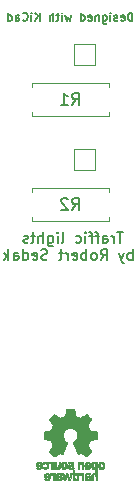
<source format=gbo>
G04 #@! TF.GenerationSoftware,KiCad,Pcbnew,6.0.5-a6ca702e91~116~ubuntu20.04.1*
G04 #@! TF.CreationDate,2022-06-20T08:21:11+02:00*
G04 #@! TF.ProjectId,traffic_lights_pedestrian,74726166-6669-4635-9f6c-69676874735f,1.0*
G04 #@! TF.SameCoordinates,Original*
G04 #@! TF.FileFunction,Legend,Bot*
G04 #@! TF.FilePolarity,Positive*
%FSLAX46Y46*%
G04 Gerber Fmt 4.6, Leading zero omitted, Abs format (unit mm)*
G04 Created by KiCad (PCBNEW 6.0.5-a6ca702e91~116~ubuntu20.04.1) date 2022-06-20 08:21:11*
%MOMM*%
%LPD*%
G01*
G04 APERTURE LIST*
G04 Aperture macros list*
%AMRoundRect*
0 Rectangle with rounded corners*
0 $1 Rounding radius*
0 $2 $3 $4 $5 $6 $7 $8 $9 X,Y pos of 4 corners*
0 Add a 4 corners polygon primitive as box body*
4,1,4,$2,$3,$4,$5,$6,$7,$8,$9,$2,$3,0*
0 Add four circle primitives for the rounded corners*
1,1,$1+$1,$2,$3*
1,1,$1+$1,$4,$5*
1,1,$1+$1,$6,$7*
1,1,$1+$1,$8,$9*
0 Add four rect primitives between the rounded corners*
20,1,$1+$1,$2,$3,$4,$5,0*
20,1,$1+$1,$4,$5,$6,$7,0*
20,1,$1+$1,$6,$7,$8,$9,0*
20,1,$1+$1,$8,$9,$2,$3,0*%
G04 Aperture macros list end*
%ADD10C,0.150000*%
%ADD11C,0.200000*%
%ADD12C,0.120000*%
%ADD13C,0.010000*%
%ADD14RoundRect,0.051000X0.900000X0.900000X-0.900000X0.900000X-0.900000X-0.900000X0.900000X-0.900000X0*%
%ADD15C,1.902000*%
%ADD16RoundRect,0.051000X-0.850000X0.850000X-0.850000X-0.850000X0.850000X-0.850000X0.850000X0.850000X0*%
%ADD17O,1.802000X1.802000*%
%ADD18C,1.702000*%
%ADD19O,1.702000X1.702000*%
G04 APERTURE END LIST*
D10*
X115756666Y-57466666D02*
X115756666Y-56766666D01*
X115590000Y-56766666D01*
X115490000Y-56800000D01*
X115423333Y-56866666D01*
X115390000Y-56933333D01*
X115356666Y-57066666D01*
X115356666Y-57166666D01*
X115390000Y-57300000D01*
X115423333Y-57366666D01*
X115490000Y-57433333D01*
X115590000Y-57466666D01*
X115756666Y-57466666D01*
X114790000Y-57433333D02*
X114856666Y-57466666D01*
X114990000Y-57466666D01*
X115056666Y-57433333D01*
X115090000Y-57366666D01*
X115090000Y-57100000D01*
X115056666Y-57033333D01*
X114990000Y-57000000D01*
X114856666Y-57000000D01*
X114790000Y-57033333D01*
X114756666Y-57100000D01*
X114756666Y-57166666D01*
X115090000Y-57233333D01*
X114490000Y-57433333D02*
X114423333Y-57466666D01*
X114290000Y-57466666D01*
X114223333Y-57433333D01*
X114190000Y-57366666D01*
X114190000Y-57333333D01*
X114223333Y-57266666D01*
X114290000Y-57233333D01*
X114390000Y-57233333D01*
X114456666Y-57200000D01*
X114490000Y-57133333D01*
X114490000Y-57100000D01*
X114456666Y-57033333D01*
X114390000Y-57000000D01*
X114290000Y-57000000D01*
X114223333Y-57033333D01*
X113890000Y-57466666D02*
X113890000Y-57000000D01*
X113890000Y-56766666D02*
X113923333Y-56800000D01*
X113890000Y-56833333D01*
X113856666Y-56800000D01*
X113890000Y-56766666D01*
X113890000Y-56833333D01*
X113256666Y-57000000D02*
X113256666Y-57566666D01*
X113290000Y-57633333D01*
X113323333Y-57666666D01*
X113390000Y-57700000D01*
X113490000Y-57700000D01*
X113556666Y-57666666D01*
X113256666Y-57433333D02*
X113323333Y-57466666D01*
X113456666Y-57466666D01*
X113523333Y-57433333D01*
X113556666Y-57400000D01*
X113590000Y-57333333D01*
X113590000Y-57133333D01*
X113556666Y-57066666D01*
X113523333Y-57033333D01*
X113456666Y-57000000D01*
X113323333Y-57000000D01*
X113256666Y-57033333D01*
X112923333Y-57000000D02*
X112923333Y-57466666D01*
X112923333Y-57066666D02*
X112890000Y-57033333D01*
X112823333Y-57000000D01*
X112723333Y-57000000D01*
X112656666Y-57033333D01*
X112623333Y-57100000D01*
X112623333Y-57466666D01*
X112023333Y-57433333D02*
X112090000Y-57466666D01*
X112223333Y-57466666D01*
X112290000Y-57433333D01*
X112323333Y-57366666D01*
X112323333Y-57100000D01*
X112290000Y-57033333D01*
X112223333Y-57000000D01*
X112090000Y-57000000D01*
X112023333Y-57033333D01*
X111990000Y-57100000D01*
X111990000Y-57166666D01*
X112323333Y-57233333D01*
X111390000Y-57466666D02*
X111390000Y-56766666D01*
X111390000Y-57433333D02*
X111456666Y-57466666D01*
X111590000Y-57466666D01*
X111656666Y-57433333D01*
X111690000Y-57400000D01*
X111723333Y-57333333D01*
X111723333Y-57133333D01*
X111690000Y-57066666D01*
X111656666Y-57033333D01*
X111590000Y-57000000D01*
X111456666Y-57000000D01*
X111390000Y-57033333D01*
X110590000Y-57000000D02*
X110456666Y-57466666D01*
X110323333Y-57133333D01*
X110190000Y-57466666D01*
X110056666Y-57000000D01*
X109790000Y-57466666D02*
X109790000Y-57000000D01*
X109790000Y-56766666D02*
X109823333Y-56800000D01*
X109790000Y-56833333D01*
X109756666Y-56800000D01*
X109790000Y-56766666D01*
X109790000Y-56833333D01*
X109556666Y-57000000D02*
X109290000Y-57000000D01*
X109456666Y-56766666D02*
X109456666Y-57366666D01*
X109423333Y-57433333D01*
X109356666Y-57466666D01*
X109290000Y-57466666D01*
X109056666Y-57466666D02*
X109056666Y-56766666D01*
X108756666Y-57466666D02*
X108756666Y-57100000D01*
X108790000Y-57033333D01*
X108856666Y-57000000D01*
X108956666Y-57000000D01*
X109023333Y-57033333D01*
X109056666Y-57066666D01*
X107890000Y-57466666D02*
X107890000Y-56766666D01*
X107490000Y-57466666D02*
X107790000Y-57066666D01*
X107490000Y-56766666D02*
X107890000Y-57166666D01*
X107190000Y-57466666D02*
X107190000Y-57000000D01*
X107190000Y-56766666D02*
X107223333Y-56800000D01*
X107190000Y-56833333D01*
X107156666Y-56800000D01*
X107190000Y-56766666D01*
X107190000Y-56833333D01*
X106456666Y-57400000D02*
X106490000Y-57433333D01*
X106590000Y-57466666D01*
X106656666Y-57466666D01*
X106756666Y-57433333D01*
X106823333Y-57366666D01*
X106856666Y-57300000D01*
X106890000Y-57166666D01*
X106890000Y-57066666D01*
X106856666Y-56933333D01*
X106823333Y-56866666D01*
X106756666Y-56800000D01*
X106656666Y-56766666D01*
X106590000Y-56766666D01*
X106490000Y-56800000D01*
X106456666Y-56833333D01*
X105856666Y-57466666D02*
X105856666Y-57100000D01*
X105890000Y-57033333D01*
X105956666Y-57000000D01*
X106090000Y-57000000D01*
X106156666Y-57033333D01*
X105856666Y-57433333D02*
X105923333Y-57466666D01*
X106090000Y-57466666D01*
X106156666Y-57433333D01*
X106190000Y-57366666D01*
X106190000Y-57300000D01*
X106156666Y-57233333D01*
X106090000Y-57200000D01*
X105923333Y-57200000D01*
X105856666Y-57166666D01*
X105223333Y-57466666D02*
X105223333Y-56766666D01*
X105223333Y-57433333D02*
X105290000Y-57466666D01*
X105423333Y-57466666D01*
X105490000Y-57433333D01*
X105523333Y-57400000D01*
X105556666Y-57333333D01*
X105556666Y-57133333D01*
X105523333Y-57066666D01*
X105490000Y-57033333D01*
X105423333Y-57000000D01*
X105290000Y-57000000D01*
X105223333Y-57033333D01*
D11*
X114991571Y-75363642D02*
X114477285Y-75363642D01*
X114734428Y-76263642D02*
X114734428Y-75363642D01*
X114177285Y-76263642D02*
X114177285Y-75663642D01*
X114177285Y-75835071D02*
X114134428Y-75749357D01*
X114091571Y-75706500D01*
X114005857Y-75663642D01*
X113920142Y-75663642D01*
X113234428Y-76263642D02*
X113234428Y-75792214D01*
X113277285Y-75706500D01*
X113363000Y-75663642D01*
X113534428Y-75663642D01*
X113620142Y-75706500D01*
X113234428Y-76220785D02*
X113320142Y-76263642D01*
X113534428Y-76263642D01*
X113620142Y-76220785D01*
X113663000Y-76135071D01*
X113663000Y-76049357D01*
X113620142Y-75963642D01*
X113534428Y-75920785D01*
X113320142Y-75920785D01*
X113234428Y-75877928D01*
X112934428Y-75663642D02*
X112591571Y-75663642D01*
X112805857Y-76263642D02*
X112805857Y-75492214D01*
X112763000Y-75406500D01*
X112677285Y-75363642D01*
X112591571Y-75363642D01*
X112420142Y-75663642D02*
X112077285Y-75663642D01*
X112291571Y-76263642D02*
X112291571Y-75492214D01*
X112248714Y-75406500D01*
X112163000Y-75363642D01*
X112077285Y-75363642D01*
X111777285Y-76263642D02*
X111777285Y-75663642D01*
X111777285Y-75363642D02*
X111820142Y-75406500D01*
X111777285Y-75449357D01*
X111734428Y-75406500D01*
X111777285Y-75363642D01*
X111777285Y-75449357D01*
X110963000Y-76220785D02*
X111048714Y-76263642D01*
X111220142Y-76263642D01*
X111305857Y-76220785D01*
X111348714Y-76177928D01*
X111391571Y-76092214D01*
X111391571Y-75835071D01*
X111348714Y-75749357D01*
X111305857Y-75706500D01*
X111220142Y-75663642D01*
X111048714Y-75663642D01*
X110963000Y-75706500D01*
X109763000Y-76263642D02*
X109848714Y-76220785D01*
X109891571Y-76135071D01*
X109891571Y-75363642D01*
X109420142Y-76263642D02*
X109420142Y-75663642D01*
X109420142Y-75363642D02*
X109463000Y-75406500D01*
X109420142Y-75449357D01*
X109377285Y-75406500D01*
X109420142Y-75363642D01*
X109420142Y-75449357D01*
X108605857Y-75663642D02*
X108605857Y-76392214D01*
X108648714Y-76477928D01*
X108691571Y-76520785D01*
X108777285Y-76563642D01*
X108905857Y-76563642D01*
X108991571Y-76520785D01*
X108605857Y-76220785D02*
X108691571Y-76263642D01*
X108863000Y-76263642D01*
X108948714Y-76220785D01*
X108991571Y-76177928D01*
X109034428Y-76092214D01*
X109034428Y-75835071D01*
X108991571Y-75749357D01*
X108948714Y-75706500D01*
X108863000Y-75663642D01*
X108691571Y-75663642D01*
X108605857Y-75706500D01*
X108177285Y-76263642D02*
X108177285Y-75363642D01*
X107791571Y-76263642D02*
X107791571Y-75792214D01*
X107834428Y-75706500D01*
X107920142Y-75663642D01*
X108048714Y-75663642D01*
X108134428Y-75706500D01*
X108177285Y-75749357D01*
X107491571Y-75663642D02*
X107148714Y-75663642D01*
X107363000Y-75363642D02*
X107363000Y-76135071D01*
X107320142Y-76220785D01*
X107234428Y-76263642D01*
X107148714Y-76263642D01*
X106891571Y-76220785D02*
X106805857Y-76263642D01*
X106634428Y-76263642D01*
X106548714Y-76220785D01*
X106505857Y-76135071D01*
X106505857Y-76092214D01*
X106548714Y-76006500D01*
X106634428Y-75963642D01*
X106763000Y-75963642D01*
X106848714Y-75920785D01*
X106891571Y-75835071D01*
X106891571Y-75792214D01*
X106848714Y-75706500D01*
X106763000Y-75663642D01*
X106634428Y-75663642D01*
X106548714Y-75706500D01*
X115763000Y-77712642D02*
X115763000Y-76812642D01*
X115763000Y-77155500D02*
X115677285Y-77112642D01*
X115505857Y-77112642D01*
X115420142Y-77155500D01*
X115377285Y-77198357D01*
X115334428Y-77284071D01*
X115334428Y-77541214D01*
X115377285Y-77626928D01*
X115420142Y-77669785D01*
X115505857Y-77712642D01*
X115677285Y-77712642D01*
X115763000Y-77669785D01*
X115034428Y-77112642D02*
X114820142Y-77712642D01*
X114605857Y-77112642D02*
X114820142Y-77712642D01*
X114905857Y-77926928D01*
X114948714Y-77969785D01*
X115034428Y-78012642D01*
X113063000Y-77712642D02*
X113363000Y-77284071D01*
X113577285Y-77712642D02*
X113577285Y-76812642D01*
X113234428Y-76812642D01*
X113148714Y-76855500D01*
X113105857Y-76898357D01*
X113063000Y-76984071D01*
X113063000Y-77112642D01*
X113105857Y-77198357D01*
X113148714Y-77241214D01*
X113234428Y-77284071D01*
X113577285Y-77284071D01*
X112548714Y-77712642D02*
X112634428Y-77669785D01*
X112677285Y-77626928D01*
X112720142Y-77541214D01*
X112720142Y-77284071D01*
X112677285Y-77198357D01*
X112634428Y-77155500D01*
X112548714Y-77112642D01*
X112420142Y-77112642D01*
X112334428Y-77155500D01*
X112291571Y-77198357D01*
X112248714Y-77284071D01*
X112248714Y-77541214D01*
X112291571Y-77626928D01*
X112334428Y-77669785D01*
X112420142Y-77712642D01*
X112548714Y-77712642D01*
X111863000Y-77712642D02*
X111863000Y-76812642D01*
X111863000Y-77155500D02*
X111777285Y-77112642D01*
X111605857Y-77112642D01*
X111520142Y-77155500D01*
X111477285Y-77198357D01*
X111434428Y-77284071D01*
X111434428Y-77541214D01*
X111477285Y-77626928D01*
X111520142Y-77669785D01*
X111605857Y-77712642D01*
X111777285Y-77712642D01*
X111863000Y-77669785D01*
X110705857Y-77669785D02*
X110791571Y-77712642D01*
X110963000Y-77712642D01*
X111048714Y-77669785D01*
X111091571Y-77584071D01*
X111091571Y-77241214D01*
X111048714Y-77155500D01*
X110963000Y-77112642D01*
X110791571Y-77112642D01*
X110705857Y-77155500D01*
X110663000Y-77241214D01*
X110663000Y-77326928D01*
X111091571Y-77412642D01*
X110277285Y-77712642D02*
X110277285Y-77112642D01*
X110277285Y-77284071D02*
X110234428Y-77198357D01*
X110191571Y-77155500D01*
X110105857Y-77112642D01*
X110020142Y-77112642D01*
X109848714Y-77112642D02*
X109505857Y-77112642D01*
X109720142Y-76812642D02*
X109720142Y-77584071D01*
X109677285Y-77669785D01*
X109591571Y-77712642D01*
X109505857Y-77712642D01*
X108563000Y-77669785D02*
X108434428Y-77712642D01*
X108220142Y-77712642D01*
X108134428Y-77669785D01*
X108091571Y-77626928D01*
X108048714Y-77541214D01*
X108048714Y-77455500D01*
X108091571Y-77369785D01*
X108134428Y-77326928D01*
X108220142Y-77284071D01*
X108391571Y-77241214D01*
X108477285Y-77198357D01*
X108520142Y-77155500D01*
X108563000Y-77069785D01*
X108563000Y-76984071D01*
X108520142Y-76898357D01*
X108477285Y-76855500D01*
X108391571Y-76812642D01*
X108177285Y-76812642D01*
X108048714Y-76855500D01*
X107320142Y-77669785D02*
X107405857Y-77712642D01*
X107577285Y-77712642D01*
X107663000Y-77669785D01*
X107705857Y-77584071D01*
X107705857Y-77241214D01*
X107663000Y-77155500D01*
X107577285Y-77112642D01*
X107405857Y-77112642D01*
X107320142Y-77155500D01*
X107277285Y-77241214D01*
X107277285Y-77326928D01*
X107705857Y-77412642D01*
X106505857Y-77712642D02*
X106505857Y-76812642D01*
X106505857Y-77669785D02*
X106591571Y-77712642D01*
X106763000Y-77712642D01*
X106848714Y-77669785D01*
X106891571Y-77626928D01*
X106934428Y-77541214D01*
X106934428Y-77284071D01*
X106891571Y-77198357D01*
X106848714Y-77155500D01*
X106763000Y-77112642D01*
X106591571Y-77112642D01*
X106505857Y-77155500D01*
X105691571Y-77712642D02*
X105691571Y-77241214D01*
X105734428Y-77155500D01*
X105820142Y-77112642D01*
X105991571Y-77112642D01*
X106077285Y-77155500D01*
X105691571Y-77669785D02*
X105777285Y-77712642D01*
X105991571Y-77712642D01*
X106077285Y-77669785D01*
X106120142Y-77584071D01*
X106120142Y-77498357D01*
X106077285Y-77412642D01*
X105991571Y-77369785D01*
X105777285Y-77369785D01*
X105691571Y-77326928D01*
X105263000Y-77712642D02*
X105263000Y-76812642D01*
X105177285Y-77369785D02*
X104920142Y-77712642D01*
X104920142Y-77112642D02*
X105263000Y-77455500D01*
D10*
X110656666Y-64587380D02*
X110990000Y-64111190D01*
X111228095Y-64587380D02*
X111228095Y-63587380D01*
X110847142Y-63587380D01*
X110751904Y-63635000D01*
X110704285Y-63682619D01*
X110656666Y-63777857D01*
X110656666Y-63920714D01*
X110704285Y-64015952D01*
X110751904Y-64063571D01*
X110847142Y-64111190D01*
X111228095Y-64111190D01*
X109704285Y-64587380D02*
X110275714Y-64587380D01*
X109990000Y-64587380D02*
X109990000Y-63587380D01*
X110085238Y-63730238D01*
X110180476Y-63825476D01*
X110275714Y-63873095D01*
X110656666Y-73477380D02*
X110990000Y-73001190D01*
X111228095Y-73477380D02*
X111228095Y-72477380D01*
X110847142Y-72477380D01*
X110751904Y-72525000D01*
X110704285Y-72572619D01*
X110656666Y-72667857D01*
X110656666Y-72810714D01*
X110704285Y-72905952D01*
X110751904Y-72953571D01*
X110847142Y-73001190D01*
X111228095Y-73001190D01*
X110275714Y-72572619D02*
X110228095Y-72525000D01*
X110132857Y-72477380D01*
X109894761Y-72477380D01*
X109799523Y-72525000D01*
X109751904Y-72572619D01*
X109704285Y-72667857D01*
X109704285Y-72763095D01*
X109751904Y-72905952D01*
X110323333Y-73477380D01*
X109704285Y-73477380D01*
D12*
X107220000Y-65505000D02*
X113760000Y-65505000D01*
X107220000Y-63095000D02*
X107220000Y-62765000D01*
X107220000Y-65175000D02*
X107220000Y-65505000D01*
X107220000Y-62765000D02*
X113760000Y-62765000D01*
X113760000Y-65505000D02*
X113760000Y-65175000D01*
X113760000Y-62765000D02*
X113760000Y-63095000D01*
X107220000Y-71655000D02*
X107220000Y-71985000D01*
X113760000Y-74065000D02*
X113760000Y-74395000D01*
X107220000Y-74395000D02*
X107220000Y-74065000D01*
X113760000Y-74395000D02*
X107220000Y-74395000D01*
X113760000Y-71985000D02*
X113760000Y-71655000D01*
X113760000Y-71655000D02*
X107220000Y-71655000D01*
G36*
X108107825Y-95161121D02*
G01*
X108107615Y-95163014D01*
X108089535Y-95251325D01*
X108056870Y-95319986D01*
X108008601Y-95370506D01*
X107943713Y-95404393D01*
X107931801Y-95408268D01*
X107857971Y-95419688D01*
X107781614Y-95413320D01*
X107710626Y-95390563D01*
X107652904Y-95352819D01*
X107609667Y-95312872D01*
X107655625Y-95276532D01*
X107701583Y-95240193D01*
X107756969Y-95267101D01*
X107821056Y-95288905D01*
X107877632Y-95289558D01*
X107923920Y-95269525D01*
X107957230Y-95229315D01*
X107969171Y-95205222D01*
X107975837Y-95184630D01*
X107971980Y-95170720D01*
X107954675Y-95162181D01*
X107920997Y-95157704D01*
X107868021Y-95155978D01*
X107792822Y-95155693D01*
X107610495Y-95155693D01*
X107610495Y-95068492D01*
X107611857Y-95030210D01*
X107740234Y-95030210D01*
X107746399Y-95037251D01*
X107764654Y-95040916D01*
X107799352Y-95042306D01*
X107854846Y-95042525D01*
X107884603Y-95042176D01*
X107931562Y-95039867D01*
X107963416Y-95035822D01*
X107975148Y-95030542D01*
X107972146Y-95011062D01*
X107950988Y-94973786D01*
X107915731Y-94943164D01*
X107873699Y-94924668D01*
X107832220Y-94923773D01*
X107800997Y-94938604D01*
X107765618Y-94972355D01*
X107743122Y-95014233D01*
X107741805Y-95018690D01*
X107740234Y-95030210D01*
X107611857Y-95030210D01*
X107612136Y-95022371D01*
X107616955Y-94976740D01*
X107623840Y-94945893D01*
X107628859Y-94934117D01*
X107665390Y-94881667D01*
X107718175Y-94837921D01*
X107779904Y-94809279D01*
X107812102Y-94801457D01*
X107888820Y-94797896D01*
X107957179Y-94816009D01*
X108015299Y-94853779D01*
X108061302Y-94909191D01*
X108093310Y-94980229D01*
X108102900Y-95030542D01*
X108109444Y-95064878D01*
X108107825Y-95161121D01*
G37*
D13*
X108107825Y-95161121D02*
X108107615Y-95163014D01*
X108089535Y-95251325D01*
X108056870Y-95319986D01*
X108008601Y-95370506D01*
X107943713Y-95404393D01*
X107931801Y-95408268D01*
X107857971Y-95419688D01*
X107781614Y-95413320D01*
X107710626Y-95390563D01*
X107652904Y-95352819D01*
X107609667Y-95312872D01*
X107655625Y-95276532D01*
X107701583Y-95240193D01*
X107756969Y-95267101D01*
X107821056Y-95288905D01*
X107877632Y-95289558D01*
X107923920Y-95269525D01*
X107957230Y-95229315D01*
X107969171Y-95205222D01*
X107975837Y-95184630D01*
X107971980Y-95170720D01*
X107954675Y-95162181D01*
X107920997Y-95157704D01*
X107868021Y-95155978D01*
X107792822Y-95155693D01*
X107610495Y-95155693D01*
X107610495Y-95068492D01*
X107611857Y-95030210D01*
X107740234Y-95030210D01*
X107746399Y-95037251D01*
X107764654Y-95040916D01*
X107799352Y-95042306D01*
X107854846Y-95042525D01*
X107884603Y-95042176D01*
X107931562Y-95039867D01*
X107963416Y-95035822D01*
X107975148Y-95030542D01*
X107972146Y-95011062D01*
X107950988Y-94973786D01*
X107915731Y-94943164D01*
X107873699Y-94924668D01*
X107832220Y-94923773D01*
X107800997Y-94938604D01*
X107765618Y-94972355D01*
X107743122Y-95014233D01*
X107741805Y-95018690D01*
X107740234Y-95030210D01*
X107611857Y-95030210D01*
X107612136Y-95022371D01*
X107616955Y-94976740D01*
X107623840Y-94945893D01*
X107628859Y-94934117D01*
X107665390Y-94881667D01*
X107718175Y-94837921D01*
X107779904Y-94809279D01*
X107812102Y-94801457D01*
X107888820Y-94797896D01*
X107957179Y-94816009D01*
X108015299Y-94853779D01*
X108061302Y-94909191D01*
X108093310Y-94980229D01*
X108102900Y-95030542D01*
X108109444Y-95064878D01*
X108107825Y-95161121D01*
G36*
X112699926Y-96360336D02*
G01*
X112633911Y-96356535D01*
X112630772Y-96155347D01*
X112629844Y-96106425D01*
X112627208Y-96032926D01*
X112622683Y-95978991D01*
X112615438Y-95940995D01*
X112604642Y-95915313D01*
X112589462Y-95898320D01*
X112569066Y-95886389D01*
X112530797Y-95874205D01*
X112492738Y-95878940D01*
X112452549Y-95904979D01*
X112413861Y-95937533D01*
X112413861Y-96362822D01*
X112275544Y-96362822D01*
X112275544Y-96132176D01*
X112275677Y-96059882D01*
X112276413Y-95995641D01*
X112278181Y-95948618D01*
X112281411Y-95914548D01*
X112286530Y-95889170D01*
X112293967Y-95868221D01*
X112304150Y-95847436D01*
X112306564Y-95843024D01*
X112338675Y-95800047D01*
X112376256Y-95770013D01*
X112421564Y-95754243D01*
X112481561Y-95747222D01*
X112541643Y-95751025D01*
X112590525Y-95765868D01*
X112627624Y-95785052D01*
X112627624Y-95369859D01*
X112576792Y-95396354D01*
X112555558Y-95405980D01*
X112488536Y-95419592D01*
X112421930Y-95410184D01*
X112360187Y-95378905D01*
X112307757Y-95326902D01*
X112299543Y-95314680D01*
X112291649Y-95296763D01*
X112286500Y-95272404D01*
X112283527Y-95236927D01*
X112282161Y-95185656D01*
X112281915Y-95132236D01*
X112414749Y-95132236D01*
X112414861Y-95176849D01*
X112418272Y-95206601D01*
X112425937Y-95227835D01*
X112438814Y-95246896D01*
X112455171Y-95264617D01*
X112481329Y-95278028D01*
X112520742Y-95281436D01*
X112555559Y-95278471D01*
X112590020Y-95263631D01*
X112612215Y-95233569D01*
X112624097Y-95185254D01*
X112627624Y-95115650D01*
X112626712Y-95078624D01*
X112617609Y-95008728D01*
X112598828Y-94961464D01*
X112570476Y-94937168D01*
X112541840Y-94930332D01*
X112491970Y-94933537D01*
X112449833Y-94953380D01*
X112439749Y-94962480D01*
X112429063Y-94978223D01*
X112422456Y-95001658D01*
X112418532Y-95038604D01*
X112415897Y-95094880D01*
X112414749Y-95132236D01*
X112281915Y-95132236D01*
X112281831Y-95113917D01*
X112281944Y-95081184D01*
X112283872Y-95005044D01*
X112289240Y-94948166D01*
X112299406Y-94906249D01*
X112315725Y-94874996D01*
X112339553Y-94850106D01*
X112372247Y-94827282D01*
X112398759Y-94814184D01*
X112461615Y-94799739D01*
X112527869Y-94801707D01*
X112586757Y-94820433D01*
X112612030Y-94832673D01*
X112624742Y-94833938D01*
X112627624Y-94822798D01*
X112627626Y-94822461D01*
X112633838Y-94811087D01*
X112655260Y-94805256D01*
X112696782Y-94803614D01*
X112765940Y-94803614D01*
X112765940Y-96364136D01*
X112699926Y-96360336D01*
G37*
X112699926Y-96360336D02*
X112633911Y-96356535D01*
X112630772Y-96155347D01*
X112629844Y-96106425D01*
X112627208Y-96032926D01*
X112622683Y-95978991D01*
X112615438Y-95940995D01*
X112604642Y-95915313D01*
X112589462Y-95898320D01*
X112569066Y-95886389D01*
X112530797Y-95874205D01*
X112492738Y-95878940D01*
X112452549Y-95904979D01*
X112413861Y-95937533D01*
X112413861Y-96362822D01*
X112275544Y-96362822D01*
X112275544Y-96132176D01*
X112275677Y-96059882D01*
X112276413Y-95995641D01*
X112278181Y-95948618D01*
X112281411Y-95914548D01*
X112286530Y-95889170D01*
X112293967Y-95868221D01*
X112304150Y-95847436D01*
X112306564Y-95843024D01*
X112338675Y-95800047D01*
X112376256Y-95770013D01*
X112421564Y-95754243D01*
X112481561Y-95747222D01*
X112541643Y-95751025D01*
X112590525Y-95765868D01*
X112627624Y-95785052D01*
X112627624Y-95369859D01*
X112576792Y-95396354D01*
X112555558Y-95405980D01*
X112488536Y-95419592D01*
X112421930Y-95410184D01*
X112360187Y-95378905D01*
X112307757Y-95326902D01*
X112299543Y-95314680D01*
X112291649Y-95296763D01*
X112286500Y-95272404D01*
X112283527Y-95236927D01*
X112282161Y-95185656D01*
X112281915Y-95132236D01*
X112414749Y-95132236D01*
X112414861Y-95176849D01*
X112418272Y-95206601D01*
X112425937Y-95227835D01*
X112438814Y-95246896D01*
X112455171Y-95264617D01*
X112481329Y-95278028D01*
X112520742Y-95281436D01*
X112555559Y-95278471D01*
X112590020Y-95263631D01*
X112612215Y-95233569D01*
X112624097Y-95185254D01*
X112627624Y-95115650D01*
X112626712Y-95078624D01*
X112617609Y-95008728D01*
X112598828Y-94961464D01*
X112570476Y-94937168D01*
X112541840Y-94930332D01*
X112491970Y-94933537D01*
X112449833Y-94953380D01*
X112439749Y-94962480D01*
X112429063Y-94978223D01*
X112422456Y-95001658D01*
X112418532Y-95038604D01*
X112415897Y-95094880D01*
X112414749Y-95132236D01*
X112281915Y-95132236D01*
X112281831Y-95113917D01*
X112281944Y-95081184D01*
X112283872Y-95005044D01*
X112289240Y-94948166D01*
X112299406Y-94906249D01*
X112315725Y-94874996D01*
X112339553Y-94850106D01*
X112372247Y-94827282D01*
X112398759Y-94814184D01*
X112461615Y-94799739D01*
X112527869Y-94801707D01*
X112586757Y-94820433D01*
X112612030Y-94832673D01*
X112624742Y-94833938D01*
X112627624Y-94822798D01*
X112627626Y-94822461D01*
X112633838Y-94811087D01*
X112655260Y-94805256D01*
X112696782Y-94803614D01*
X112765940Y-94803614D01*
X112765940Y-96364136D01*
X112699926Y-96360336D01*
G36*
X109764244Y-96254419D02*
G01*
X109731277Y-96303255D01*
X109681270Y-96338386D01*
X109676362Y-96340521D01*
X109621646Y-96355903D01*
X109559993Y-96361899D01*
X109501376Y-96358233D01*
X109455767Y-96344629D01*
X109437549Y-96335754D01*
X109424179Y-96333637D01*
X109421188Y-96344706D01*
X109415524Y-96354942D01*
X109393607Y-96361038D01*
X109351068Y-96362822D01*
X109280948Y-96362822D01*
X109284680Y-96142773D01*
X109421188Y-96142773D01*
X109425924Y-96175666D01*
X109446336Y-96211931D01*
X109453871Y-96218597D01*
X109484753Y-96232620D01*
X109531213Y-96236228D01*
X109559090Y-96234819D01*
X109611255Y-96224204D01*
X109643587Y-96204425D01*
X109654492Y-96176824D01*
X109642374Y-96142743D01*
X109635304Y-96133824D01*
X109603724Y-96113818D01*
X109553744Y-96102395D01*
X109482487Y-96098763D01*
X109421188Y-96098763D01*
X109421188Y-96142773D01*
X109284680Y-96142773D01*
X109285053Y-96120768D01*
X109286169Y-96064794D01*
X109289106Y-95980996D01*
X109294058Y-95916920D01*
X109302002Y-95869073D01*
X109313917Y-95833962D01*
X109330780Y-95808093D01*
X109353572Y-95787974D01*
X109383269Y-95770110D01*
X109398589Y-95763290D01*
X109451589Y-95750417D01*
X109515513Y-95745095D01*
X109581602Y-95747227D01*
X109641099Y-95756714D01*
X109685247Y-95773461D01*
X109700604Y-95783185D01*
X109735960Y-95812005D01*
X109747926Y-95836137D01*
X109745020Y-95840800D01*
X109726909Y-95857088D01*
X109697672Y-95878817D01*
X109682725Y-95888987D01*
X109657270Y-95903397D01*
X109640728Y-95904773D01*
X109625370Y-95894827D01*
X109587094Y-95874684D01*
X109535590Y-95866400D01*
X109482957Y-95872742D01*
X109481961Y-95873030D01*
X109444838Y-95889158D01*
X109426463Y-95914405D01*
X109421380Y-95956158D01*
X109421188Y-95995879D01*
X109552423Y-96000168D01*
X109573331Y-96000873D01*
X109626043Y-96003326D01*
X109661381Y-96007180D01*
X109685267Y-96013878D01*
X109703624Y-96024864D01*
X109722376Y-96041580D01*
X109753337Y-96080244D01*
X109776029Y-96137456D01*
X109778254Y-96176824D01*
X109779413Y-96197333D01*
X109764244Y-96254419D01*
G37*
X109764244Y-96254419D02*
X109731277Y-96303255D01*
X109681270Y-96338386D01*
X109676362Y-96340521D01*
X109621646Y-96355903D01*
X109559993Y-96361899D01*
X109501376Y-96358233D01*
X109455767Y-96344629D01*
X109437549Y-96335754D01*
X109424179Y-96333637D01*
X109421188Y-96344706D01*
X109415524Y-96354942D01*
X109393607Y-96361038D01*
X109351068Y-96362822D01*
X109280948Y-96362822D01*
X109284680Y-96142773D01*
X109421188Y-96142773D01*
X109425924Y-96175666D01*
X109446336Y-96211931D01*
X109453871Y-96218597D01*
X109484753Y-96232620D01*
X109531213Y-96236228D01*
X109559090Y-96234819D01*
X109611255Y-96224204D01*
X109643587Y-96204425D01*
X109654492Y-96176824D01*
X109642374Y-96142743D01*
X109635304Y-96133824D01*
X109603724Y-96113818D01*
X109553744Y-96102395D01*
X109482487Y-96098763D01*
X109421188Y-96098763D01*
X109421188Y-96142773D01*
X109284680Y-96142773D01*
X109285053Y-96120768D01*
X109286169Y-96064794D01*
X109289106Y-95980996D01*
X109294058Y-95916920D01*
X109302002Y-95869073D01*
X109313917Y-95833962D01*
X109330780Y-95808093D01*
X109353572Y-95787974D01*
X109383269Y-95770110D01*
X109398589Y-95763290D01*
X109451589Y-95750417D01*
X109515513Y-95745095D01*
X109581602Y-95747227D01*
X109641099Y-95756714D01*
X109685247Y-95773461D01*
X109700604Y-95783185D01*
X109735960Y-95812005D01*
X109747926Y-95836137D01*
X109745020Y-95840800D01*
X109726909Y-95857088D01*
X109697672Y-95878817D01*
X109682725Y-95888987D01*
X109657270Y-95903397D01*
X109640728Y-95904773D01*
X109625370Y-95894827D01*
X109587094Y-95874684D01*
X109535590Y-95866400D01*
X109482957Y-95872742D01*
X109481961Y-95873030D01*
X109444838Y-95889158D01*
X109426463Y-95914405D01*
X109421380Y-95956158D01*
X109421188Y-95995879D01*
X109552423Y-96000168D01*
X109573331Y-96000873D01*
X109626043Y-96003326D01*
X109661381Y-96007180D01*
X109685267Y-96013878D01*
X109703624Y-96024864D01*
X109722376Y-96041580D01*
X109753337Y-96080244D01*
X109776029Y-96137456D01*
X109778254Y-96176824D01*
X109779413Y-96197333D01*
X109764244Y-96254419D01*
G36*
X113353373Y-95179310D02*
G01*
X113349688Y-95227332D01*
X113343410Y-95261368D01*
X113333044Y-95288338D01*
X113317092Y-95315158D01*
X113316412Y-95316175D01*
X113277132Y-95359629D01*
X113229072Y-95392772D01*
X113173185Y-95412439D01*
X113099666Y-95418824D01*
X113027609Y-95406268D01*
X112963201Y-95376011D01*
X112912627Y-95329294D01*
X112898108Y-95307221D01*
X112870993Y-95238602D01*
X112857546Y-95153939D01*
X112857776Y-95132523D01*
X112992920Y-95132523D01*
X112993174Y-95172574D01*
X112997421Y-95199313D01*
X113007096Y-95219859D01*
X113023638Y-95241331D01*
X113046593Y-95262639D01*
X113092505Y-95281653D01*
X113141802Y-95278122D01*
X113188917Y-95251694D01*
X113202207Y-95239072D01*
X113216397Y-95217465D01*
X113224266Y-95187094D01*
X113228726Y-95139770D01*
X113229955Y-95104219D01*
X113223224Y-95031620D01*
X113202567Y-94979642D01*
X113167894Y-94947999D01*
X113127249Y-94932847D01*
X113078777Y-94934123D01*
X113033845Y-94959703D01*
X113023103Y-94969442D01*
X113009548Y-94986480D01*
X113001505Y-95008772D01*
X112997043Y-95042947D01*
X112994228Y-95095638D01*
X112992920Y-95132523D01*
X112857776Y-95132523D01*
X112858583Y-95057351D01*
X112859907Y-95043651D01*
X112878374Y-94955908D01*
X112912540Y-94887793D01*
X112962479Y-94839231D01*
X113028261Y-94810148D01*
X113109961Y-94800471D01*
X113140828Y-94801379D01*
X113204128Y-94812493D01*
X113255889Y-94839021D01*
X113304147Y-94884436D01*
X113311865Y-94893551D01*
X113332681Y-94924248D01*
X113346362Y-94959007D01*
X113353948Y-95003056D01*
X113356479Y-95061621D01*
X113355672Y-95104219D01*
X113354997Y-95139931D01*
X113353373Y-95179310D01*
G37*
X113353373Y-95179310D02*
X113349688Y-95227332D01*
X113343410Y-95261368D01*
X113333044Y-95288338D01*
X113317092Y-95315158D01*
X113316412Y-95316175D01*
X113277132Y-95359629D01*
X113229072Y-95392772D01*
X113173185Y-95412439D01*
X113099666Y-95418824D01*
X113027609Y-95406268D01*
X112963201Y-95376011D01*
X112912627Y-95329294D01*
X112898108Y-95307221D01*
X112870993Y-95238602D01*
X112857546Y-95153939D01*
X112857776Y-95132523D01*
X112992920Y-95132523D01*
X112993174Y-95172574D01*
X112997421Y-95199313D01*
X113007096Y-95219859D01*
X113023638Y-95241331D01*
X113046593Y-95262639D01*
X113092505Y-95281653D01*
X113141802Y-95278122D01*
X113188917Y-95251694D01*
X113202207Y-95239072D01*
X113216397Y-95217465D01*
X113224266Y-95187094D01*
X113228726Y-95139770D01*
X113229955Y-95104219D01*
X113223224Y-95031620D01*
X113202567Y-94979642D01*
X113167894Y-94947999D01*
X113127249Y-94932847D01*
X113078777Y-94934123D01*
X113033845Y-94959703D01*
X113023103Y-94969442D01*
X113009548Y-94986480D01*
X113001505Y-95008772D01*
X112997043Y-95042947D01*
X112994228Y-95095638D01*
X112992920Y-95132523D01*
X112857776Y-95132523D01*
X112858583Y-95057351D01*
X112859907Y-95043651D01*
X112878374Y-94955908D01*
X112912540Y-94887793D01*
X112962479Y-94839231D01*
X113028261Y-94810148D01*
X113109961Y-94800471D01*
X113140828Y-94801379D01*
X113204128Y-94812493D01*
X113255889Y-94839021D01*
X113304147Y-94884436D01*
X113311865Y-94893551D01*
X113332681Y-94924248D01*
X113346362Y-94959007D01*
X113353948Y-95003056D01*
X113356479Y-95061621D01*
X113355672Y-95104219D01*
X113354997Y-95139931D01*
X113353373Y-95179310D01*
G36*
X111372605Y-94802424D02*
G01*
X111429926Y-94820434D01*
X111455199Y-94832674D01*
X111467910Y-94833938D01*
X111470792Y-94822798D01*
X111470795Y-94822461D01*
X111477006Y-94811087D01*
X111498428Y-94805256D01*
X111539950Y-94803614D01*
X111609109Y-94803614D01*
X111609109Y-95407179D01*
X111470792Y-95407179D01*
X111470792Y-95199132D01*
X111470697Y-95128879D01*
X111470051Y-95071170D01*
X111468320Y-95030787D01*
X111464974Y-95003615D01*
X111459481Y-94985540D01*
X111451310Y-94972447D01*
X111439928Y-94960221D01*
X111424424Y-94947217D01*
X111379843Y-94929745D01*
X111333047Y-94934873D01*
X111290180Y-94962507D01*
X111277927Y-94975368D01*
X111269132Y-94988384D01*
X111263233Y-95005706D01*
X111259651Y-95031501D01*
X111257809Y-95069939D01*
X111257128Y-95125189D01*
X111257030Y-95201418D01*
X111257030Y-95407179D01*
X111118713Y-95407179D01*
X111118989Y-95183985D01*
X111119008Y-95174044D01*
X111120207Y-95079106D01*
X111123891Y-95005358D01*
X111131006Y-94949214D01*
X111142500Y-94907087D01*
X111159318Y-94875391D01*
X111182409Y-94850541D01*
X111212717Y-94828950D01*
X111244012Y-94814002D01*
X111307037Y-94800421D01*
X111372605Y-94802424D01*
G37*
X111372605Y-94802424D02*
X111429926Y-94820434D01*
X111455199Y-94832674D01*
X111467910Y-94833938D01*
X111470792Y-94822798D01*
X111470795Y-94822461D01*
X111477006Y-94811087D01*
X111498428Y-94805256D01*
X111539950Y-94803614D01*
X111609109Y-94803614D01*
X111609109Y-95407179D01*
X111470792Y-95407179D01*
X111470792Y-95199132D01*
X111470697Y-95128879D01*
X111470051Y-95071170D01*
X111468320Y-95030787D01*
X111464974Y-95003615D01*
X111459481Y-94985540D01*
X111451310Y-94972447D01*
X111439928Y-94960221D01*
X111424424Y-94947217D01*
X111379843Y-94929745D01*
X111333047Y-94934873D01*
X111290180Y-94962507D01*
X111277927Y-94975368D01*
X111269132Y-94988384D01*
X111263233Y-95005706D01*
X111259651Y-95031501D01*
X111257809Y-95069939D01*
X111257128Y-95125189D01*
X111257030Y-95201418D01*
X111257030Y-95407179D01*
X111118713Y-95407179D01*
X111118989Y-95183985D01*
X111119008Y-95174044D01*
X111120207Y-95079106D01*
X111123891Y-95005358D01*
X111131006Y-94949214D01*
X111142500Y-94907087D01*
X111159318Y-94875391D01*
X111182409Y-94850541D01*
X111212717Y-94828950D01*
X111244012Y-94814002D01*
X111307037Y-94800421D01*
X111372605Y-94802424D01*
G36*
X111583960Y-96362822D02*
G01*
X111458218Y-96362822D01*
X111458218Y-96168740D01*
X111458078Y-96123594D01*
X111456649Y-96048823D01*
X111453029Y-95993467D01*
X111446434Y-95953702D01*
X111436079Y-95925700D01*
X111421178Y-95905635D01*
X111400946Y-95889681D01*
X111378859Y-95877792D01*
X111352705Y-95874421D01*
X111315508Y-95881917D01*
X111303555Y-95885038D01*
X111273718Y-95889735D01*
X111252383Y-95883005D01*
X111227655Y-95862177D01*
X111222963Y-95857647D01*
X111197020Y-95829626D01*
X111180291Y-95806843D01*
X111177996Y-95801355D01*
X111182543Y-95781088D01*
X111205602Y-95764884D01*
X111241995Y-95753513D01*
X111286544Y-95747740D01*
X111334072Y-95748334D01*
X111379400Y-95756063D01*
X111417351Y-95771694D01*
X111429381Y-95778993D01*
X111449632Y-95789676D01*
X111457129Y-95787230D01*
X111458218Y-95771647D01*
X111458473Y-95766053D01*
X111464539Y-95753660D01*
X111483356Y-95748020D01*
X111521089Y-95746683D01*
X111583960Y-95746683D01*
X111583960Y-96362822D01*
G37*
X111583960Y-96362822D02*
X111458218Y-96362822D01*
X111458218Y-96168740D01*
X111458078Y-96123594D01*
X111456649Y-96048823D01*
X111453029Y-95993467D01*
X111446434Y-95953702D01*
X111436079Y-95925700D01*
X111421178Y-95905635D01*
X111400946Y-95889681D01*
X111378859Y-95877792D01*
X111352705Y-95874421D01*
X111315508Y-95881917D01*
X111303555Y-95885038D01*
X111273718Y-95889735D01*
X111252383Y-95883005D01*
X111227655Y-95862177D01*
X111222963Y-95857647D01*
X111197020Y-95829626D01*
X111180291Y-95806843D01*
X111177996Y-95801355D01*
X111182543Y-95781088D01*
X111205602Y-95764884D01*
X111241995Y-95753513D01*
X111286544Y-95747740D01*
X111334072Y-95748334D01*
X111379400Y-95756063D01*
X111417351Y-95771694D01*
X111429381Y-95778993D01*
X111449632Y-95789676D01*
X111457129Y-95787230D01*
X111458218Y-95771647D01*
X111458473Y-95766053D01*
X111464539Y-95753660D01*
X111483356Y-95748020D01*
X111521089Y-95746683D01*
X111583960Y-95746683D01*
X111583960Y-96362822D01*
G36*
X112197157Y-96196882D02*
G01*
X112181835Y-96261479D01*
X112147753Y-96310063D01*
X112093218Y-96345072D01*
X112065036Y-96353589D01*
X112016764Y-96360228D01*
X111963978Y-96361813D01*
X111916353Y-96358160D01*
X111883566Y-96349083D01*
X111863652Y-96341813D01*
X111844155Y-96349083D01*
X111837023Y-96353295D01*
X111808557Y-96360126D01*
X111770059Y-96362822D01*
X111709703Y-96362822D01*
X111709703Y-96147111D01*
X111848020Y-96147111D01*
X111852668Y-96183904D01*
X111871015Y-96216269D01*
X111881514Y-96223274D01*
X111918988Y-96234191D01*
X111965773Y-96236917D01*
X112011652Y-96231379D01*
X112046410Y-96217505D01*
X112063726Y-96199161D01*
X112074356Y-96166566D01*
X112064929Y-96140729D01*
X112033764Y-96118263D01*
X111983667Y-96103850D01*
X111917582Y-96098763D01*
X111848020Y-96098763D01*
X111848020Y-96147111D01*
X111709703Y-96147111D01*
X111709703Y-96119484D01*
X111709707Y-96098440D01*
X111709937Y-96019122D01*
X111710797Y-95960154D01*
X111712679Y-95917616D01*
X111715974Y-95887592D01*
X111721073Y-95866163D01*
X111728366Y-95849411D01*
X111738246Y-95833419D01*
X111770023Y-95795948D01*
X111815055Y-95767339D01*
X111874210Y-95751555D01*
X111952161Y-95746703D01*
X111954695Y-95746708D01*
X112008880Y-95749155D01*
X112057380Y-95755256D01*
X112090478Y-95763809D01*
X112099552Y-95768096D01*
X112128433Y-95786248D01*
X112154568Y-95807822D01*
X112171764Y-95827236D01*
X112173825Y-95838909D01*
X112169803Y-95842063D01*
X112125976Y-95875739D01*
X112096671Y-95895600D01*
X112077294Y-95903613D01*
X112063253Y-95901746D01*
X112049957Y-95891965D01*
X112025418Y-95879756D01*
X111984064Y-95871615D01*
X111937326Y-95869503D01*
X111895034Y-95873800D01*
X111867017Y-95884887D01*
X111865543Y-95886236D01*
X111852953Y-95911581D01*
X111848020Y-95949411D01*
X111848020Y-95998169D01*
X111964331Y-95998216D01*
X112017760Y-95999061D01*
X112062735Y-96002740D01*
X112094907Y-96010309D01*
X112120899Y-96022808D01*
X112126948Y-96026647D01*
X112170710Y-96068845D01*
X112193987Y-96124647D01*
X112195955Y-96166566D01*
X112197299Y-96195223D01*
X112197157Y-96196882D01*
G37*
X112197157Y-96196882D02*
X112181835Y-96261479D01*
X112147753Y-96310063D01*
X112093218Y-96345072D01*
X112065036Y-96353589D01*
X112016764Y-96360228D01*
X111963978Y-96361813D01*
X111916353Y-96358160D01*
X111883566Y-96349083D01*
X111863652Y-96341813D01*
X111844155Y-96349083D01*
X111837023Y-96353295D01*
X111808557Y-96360126D01*
X111770059Y-96362822D01*
X111709703Y-96362822D01*
X111709703Y-96147111D01*
X111848020Y-96147111D01*
X111852668Y-96183904D01*
X111871015Y-96216269D01*
X111881514Y-96223274D01*
X111918988Y-96234191D01*
X111965773Y-96236917D01*
X112011652Y-96231379D01*
X112046410Y-96217505D01*
X112063726Y-96199161D01*
X112074356Y-96166566D01*
X112064929Y-96140729D01*
X112033764Y-96118263D01*
X111983667Y-96103850D01*
X111917582Y-96098763D01*
X111848020Y-96098763D01*
X111848020Y-96147111D01*
X111709703Y-96147111D01*
X111709703Y-96119484D01*
X111709707Y-96098440D01*
X111709937Y-96019122D01*
X111710797Y-95960154D01*
X111712679Y-95917616D01*
X111715974Y-95887592D01*
X111721073Y-95866163D01*
X111728366Y-95849411D01*
X111738246Y-95833419D01*
X111770023Y-95795948D01*
X111815055Y-95767339D01*
X111874210Y-95751555D01*
X111952161Y-95746703D01*
X111954695Y-95746708D01*
X112008880Y-95749155D01*
X112057380Y-95755256D01*
X112090478Y-95763809D01*
X112099552Y-95768096D01*
X112128433Y-95786248D01*
X112154568Y-95807822D01*
X112171764Y-95827236D01*
X112173825Y-95838909D01*
X112169803Y-95842063D01*
X112125976Y-95875739D01*
X112096671Y-95895600D01*
X112077294Y-95903613D01*
X112063253Y-95901746D01*
X112049957Y-95891965D01*
X112025418Y-95879756D01*
X111984064Y-95871615D01*
X111937326Y-95869503D01*
X111895034Y-95873800D01*
X111867017Y-95884887D01*
X111865543Y-95886236D01*
X111852953Y-95911581D01*
X111848020Y-95949411D01*
X111848020Y-95998169D01*
X111964331Y-95998216D01*
X112017760Y-95999061D01*
X112062735Y-96002740D01*
X112094907Y-96010309D01*
X112120899Y-96022808D01*
X112126948Y-96026647D01*
X112170710Y-96068845D01*
X112193987Y-96124647D01*
X112195955Y-96166566D01*
X112197299Y-96195223D01*
X112197157Y-96196882D01*
G36*
X112201421Y-95117936D02*
G01*
X112200322Y-95156371D01*
X112187926Y-95240367D01*
X112160608Y-95306595D01*
X112116941Y-95357784D01*
X112055495Y-95396663D01*
X111995888Y-95414812D01*
X111921110Y-95418284D01*
X111845664Y-95404930D01*
X111778366Y-95375425D01*
X111753428Y-95359012D01*
X111725951Y-95337973D01*
X111713414Y-95324129D01*
X111714124Y-95318417D01*
X111728158Y-95298955D01*
X111754533Y-95275376D01*
X111800240Y-95240513D01*
X111853799Y-95267262D01*
X111868282Y-95273882D01*
X111910916Y-95288273D01*
X111946649Y-95294010D01*
X111972998Y-95289282D01*
X112014347Y-95266514D01*
X112049104Y-95231170D01*
X112068983Y-95190273D01*
X112077083Y-95155693D01*
X111697129Y-95155693D01*
X111697199Y-95089679D01*
X111697774Y-95068757D01*
X111701972Y-95023862D01*
X111835445Y-95023862D01*
X111835690Y-95026434D01*
X111842604Y-95034443D01*
X111862141Y-95039364D01*
X111898467Y-95041843D01*
X111955748Y-95042525D01*
X111974575Y-95042517D01*
X112023470Y-95042065D01*
X112052863Y-95040113D01*
X112067115Y-95035558D01*
X112070582Y-95027299D01*
X112067625Y-95014233D01*
X112067173Y-95012752D01*
X112041699Y-94967285D01*
X112001539Y-94935981D01*
X111953651Y-94924327D01*
X111935949Y-94925259D01*
X111903094Y-94936408D01*
X111871575Y-94964763D01*
X111863085Y-94974789D01*
X111843336Y-95003423D01*
X111835445Y-95023862D01*
X111701972Y-95023862D01*
X111702512Y-95018091D01*
X111710459Y-94976166D01*
X111719168Y-94952696D01*
X111749790Y-94901646D01*
X111790799Y-94855283D01*
X111834168Y-94823514D01*
X111846699Y-94817614D01*
X111919661Y-94798046D01*
X111994168Y-94800109D01*
X112064217Y-94822931D01*
X112123807Y-94865639D01*
X112156038Y-94905025D01*
X112182392Y-94960510D01*
X112196482Y-95027299D01*
X112197022Y-95029861D01*
X112201421Y-95117936D01*
G37*
X112201421Y-95117936D02*
X112200322Y-95156371D01*
X112187926Y-95240367D01*
X112160608Y-95306595D01*
X112116941Y-95357784D01*
X112055495Y-95396663D01*
X111995888Y-95414812D01*
X111921110Y-95418284D01*
X111845664Y-95404930D01*
X111778366Y-95375425D01*
X111753428Y-95359012D01*
X111725951Y-95337973D01*
X111713414Y-95324129D01*
X111714124Y-95318417D01*
X111728158Y-95298955D01*
X111754533Y-95275376D01*
X111800240Y-95240513D01*
X111853799Y-95267262D01*
X111868282Y-95273882D01*
X111910916Y-95288273D01*
X111946649Y-95294010D01*
X111972998Y-95289282D01*
X112014347Y-95266514D01*
X112049104Y-95231170D01*
X112068983Y-95190273D01*
X112077083Y-95155693D01*
X111697129Y-95155693D01*
X111697199Y-95089679D01*
X111697774Y-95068757D01*
X111701972Y-95023862D01*
X111835445Y-95023862D01*
X111835690Y-95026434D01*
X111842604Y-95034443D01*
X111862141Y-95039364D01*
X111898467Y-95041843D01*
X111955748Y-95042525D01*
X111974575Y-95042517D01*
X112023470Y-95042065D01*
X112052863Y-95040113D01*
X112067115Y-95035558D01*
X112070582Y-95027299D01*
X112067625Y-95014233D01*
X112067173Y-95012752D01*
X112041699Y-94967285D01*
X112001539Y-94935981D01*
X111953651Y-94924327D01*
X111935949Y-94925259D01*
X111903094Y-94936408D01*
X111871575Y-94964763D01*
X111863085Y-94974789D01*
X111843336Y-95003423D01*
X111835445Y-95023862D01*
X111701972Y-95023862D01*
X111702512Y-95018091D01*
X111710459Y-94976166D01*
X111719168Y-94952696D01*
X111749790Y-94901646D01*
X111790799Y-94855283D01*
X111834168Y-94823514D01*
X111846699Y-94817614D01*
X111919661Y-94798046D01*
X111994168Y-94800109D01*
X112064217Y-94822931D01*
X112123807Y-94865639D01*
X112156038Y-94905025D01*
X112182392Y-94960510D01*
X112196482Y-95027299D01*
X112197022Y-95029861D01*
X112201421Y-95117936D01*
G36*
X108423409Y-94806493D02*
G01*
X108492021Y-94833224D01*
X108550048Y-94877351D01*
X108592907Y-94937958D01*
X108595801Y-94944137D01*
X108614176Y-95004409D01*
X108623357Y-95076407D01*
X108623285Y-95151369D01*
X108613901Y-95220536D01*
X108595149Y-95275149D01*
X108571995Y-95313212D01*
X108521030Y-95367135D01*
X108457306Y-95401411D01*
X108402785Y-95415272D01*
X108319767Y-95416785D01*
X108240326Y-95395882D01*
X108169879Y-95353464D01*
X108124284Y-95315880D01*
X108165351Y-95273510D01*
X108191296Y-95248409D01*
X108214764Y-95234434D01*
X108236524Y-95237511D01*
X108264356Y-95256287D01*
X108275454Y-95263638D01*
X108322337Y-95278683D01*
X108376224Y-95278673D01*
X108426675Y-95263168D01*
X108445672Y-95250716D01*
X108473537Y-95213946D01*
X108487506Y-95159939D01*
X108488405Y-95086331D01*
X108488403Y-95086289D01*
X108478009Y-95020433D01*
X108455114Y-94974772D01*
X108417439Y-94946528D01*
X108362708Y-94932920D01*
X108328241Y-94931090D01*
X108298126Y-94938584D01*
X108267240Y-94960295D01*
X108227272Y-94993926D01*
X108176656Y-94953250D01*
X108158163Y-94937667D01*
X108135065Y-94915340D01*
X108126039Y-94902183D01*
X108129236Y-94896253D01*
X108147646Y-94878048D01*
X108176973Y-94854895D01*
X108199920Y-94839830D01*
X108272774Y-94808880D01*
X108348799Y-94798073D01*
X108423409Y-94806493D01*
G37*
X108423409Y-94806493D02*
X108492021Y-94833224D01*
X108550048Y-94877351D01*
X108592907Y-94937958D01*
X108595801Y-94944137D01*
X108614176Y-95004409D01*
X108623357Y-95076407D01*
X108623285Y-95151369D01*
X108613901Y-95220536D01*
X108595149Y-95275149D01*
X108571995Y-95313212D01*
X108521030Y-95367135D01*
X108457306Y-95401411D01*
X108402785Y-95415272D01*
X108319767Y-95416785D01*
X108240326Y-95395882D01*
X108169879Y-95353464D01*
X108124284Y-95315880D01*
X108165351Y-95273510D01*
X108191296Y-95248409D01*
X108214764Y-95234434D01*
X108236524Y-95237511D01*
X108264356Y-95256287D01*
X108275454Y-95263638D01*
X108322337Y-95278683D01*
X108376224Y-95278673D01*
X108426675Y-95263168D01*
X108445672Y-95250716D01*
X108473537Y-95213946D01*
X108487506Y-95159939D01*
X108488405Y-95086331D01*
X108488403Y-95086289D01*
X108478009Y-95020433D01*
X108455114Y-94974772D01*
X108417439Y-94946528D01*
X108362708Y-94932920D01*
X108328241Y-94931090D01*
X108298126Y-94938584D01*
X108267240Y-94960295D01*
X108227272Y-94993926D01*
X108176656Y-94953250D01*
X108158163Y-94937667D01*
X108135065Y-94915340D01*
X108126039Y-94902183D01*
X108129236Y-94896253D01*
X108147646Y-94878048D01*
X108176973Y-94854895D01*
X108199920Y-94839830D01*
X108272774Y-94808880D01*
X108348799Y-94798073D01*
X108423409Y-94806493D01*
G36*
X110854389Y-90635018D02*
G01*
X110911237Y-90936570D01*
X111121001Y-91023041D01*
X111330764Y-91109512D01*
X111582410Y-90938395D01*
X111632216Y-90904661D01*
X111698244Y-90860381D01*
X111755410Y-90822561D01*
X111800744Y-90793142D01*
X111831280Y-90774067D01*
X111844046Y-90767278D01*
X111851887Y-90772106D01*
X111875325Y-90792339D01*
X111910794Y-90825543D01*
X111955289Y-90868670D01*
X112005805Y-90918670D01*
X112059336Y-90972495D01*
X112112877Y-91027095D01*
X112163423Y-91079423D01*
X112207968Y-91126428D01*
X112243507Y-91165063D01*
X112267034Y-91192278D01*
X112275544Y-91205024D01*
X112273565Y-91210500D01*
X112259857Y-91234927D01*
X112234825Y-91275129D01*
X112200499Y-91327952D01*
X112158907Y-91390247D01*
X112112079Y-91458862D01*
X112086380Y-91496283D01*
X112042173Y-91561432D01*
X112004272Y-91618289D01*
X111974698Y-91663770D01*
X111955472Y-91694793D01*
X111948614Y-91708274D01*
X111948726Y-91709021D01*
X111954776Y-91726110D01*
X111968654Y-91761006D01*
X111988427Y-91809151D01*
X112012160Y-91865986D01*
X112037918Y-91926953D01*
X112063766Y-91987492D01*
X112087771Y-92043047D01*
X112107998Y-92089057D01*
X112122511Y-92120965D01*
X112129377Y-92134212D01*
X112133439Y-92135387D01*
X112158121Y-92140687D01*
X112202111Y-92149467D01*
X112261887Y-92161040D01*
X112333929Y-92174721D01*
X112414716Y-92189823D01*
X112457294Y-92197830D01*
X112535445Y-92213107D01*
X112603775Y-92227215D01*
X112658551Y-92239345D01*
X112696037Y-92248686D01*
X112712500Y-92254427D01*
X112715457Y-92260119D01*
X112720362Y-92287930D01*
X112724216Y-92334250D01*
X112727021Y-92394720D01*
X112728781Y-92464983D01*
X112729499Y-92540680D01*
X112729177Y-92617453D01*
X112727819Y-92690944D01*
X112725428Y-92756794D01*
X112722006Y-92810645D01*
X112717556Y-92848138D01*
X112712082Y-92864916D01*
X112708760Y-92866809D01*
X112683987Y-92874926D01*
X112641011Y-92885666D01*
X112584802Y-92897853D01*
X112520325Y-92910310D01*
X112498570Y-92914277D01*
X112398093Y-92932729D01*
X112319126Y-92947559D01*
X112258934Y-92959380D01*
X112214778Y-92968809D01*
X112183920Y-92976460D01*
X112163625Y-92982948D01*
X112151154Y-92988888D01*
X112143771Y-92994894D01*
X112142913Y-92995902D01*
X112130838Y-93016919D01*
X112112971Y-93055376D01*
X112091042Y-93106761D01*
X112066784Y-93166563D01*
X112041927Y-93230270D01*
X112018205Y-93293371D01*
X111997347Y-93351355D01*
X111981087Y-93399709D01*
X111971156Y-93433922D01*
X111969285Y-93449483D01*
X111970536Y-93451502D01*
X111983486Y-93471028D01*
X112007840Y-93507042D01*
X112041340Y-93556228D01*
X112081727Y-93615267D01*
X112126745Y-93680842D01*
X112139100Y-93698884D01*
X112182545Y-93763599D01*
X112220091Y-93821476D01*
X112249594Y-93869082D01*
X112268914Y-93902985D01*
X112275905Y-93919752D01*
X112274398Y-93924161D01*
X112258695Y-93945882D01*
X112227714Y-93981354D01*
X112183673Y-94028188D01*
X112128790Y-94083996D01*
X112065286Y-94146392D01*
X112028988Y-94181317D01*
X111971595Y-94235711D01*
X111921361Y-94282302D01*
X111880984Y-94318636D01*
X111853161Y-94342261D01*
X111840590Y-94350724D01*
X111831952Y-94347587D01*
X111805360Y-94332747D01*
X111766741Y-94308477D01*
X111721134Y-94277852D01*
X111688707Y-94255503D01*
X111623970Y-94211122D01*
X111554886Y-94163987D01*
X111491787Y-94121155D01*
X111368178Y-94037547D01*
X111264417Y-94093650D01*
X111239984Y-94106599D01*
X111195552Y-94128749D01*
X111161191Y-94144041D01*
X111142828Y-94149743D01*
X111136818Y-94142421D01*
X111121895Y-94114541D01*
X111099852Y-94068575D01*
X111071917Y-94007441D01*
X111039317Y-93934055D01*
X111003276Y-93851335D01*
X110965023Y-93762197D01*
X110925783Y-93669559D01*
X110886783Y-93576337D01*
X110849249Y-93485450D01*
X110814409Y-93399814D01*
X110783488Y-93322345D01*
X110757714Y-93255962D01*
X110738311Y-93203582D01*
X110726508Y-93168121D01*
X110723531Y-93152496D01*
X110723732Y-93152039D01*
X110737601Y-93137595D01*
X110766611Y-93114974D01*
X110804772Y-93088864D01*
X110816817Y-93080892D01*
X110908469Y-93005256D01*
X110984323Y-92915169D01*
X111042581Y-92814381D01*
X111081448Y-92706640D01*
X111099128Y-92595697D01*
X111093826Y-92485303D01*
X111072347Y-92387115D01*
X111033782Y-92287966D01*
X110977562Y-92199512D01*
X110900410Y-92115487D01*
X110870095Y-92088645D01*
X110772094Y-92022510D01*
X110666227Y-91977970D01*
X110555561Y-91954625D01*
X110443164Y-91952078D01*
X110332105Y-91969929D01*
X110225451Y-92007780D01*
X110126270Y-92065232D01*
X110037631Y-92141887D01*
X109962600Y-92237345D01*
X109948175Y-92260985D01*
X109899143Y-92369034D01*
X109873103Y-92481548D01*
X109869372Y-92595614D01*
X109887268Y-92708318D01*
X109926109Y-92816745D01*
X109985214Y-92917982D01*
X110063900Y-93009114D01*
X110161485Y-93087228D01*
X110164654Y-93089333D01*
X110202411Y-93115940D01*
X110230709Y-93138561D01*
X110243634Y-93152496D01*
X110242003Y-93163421D01*
X110231864Y-93195231D01*
X110213884Y-93244534D01*
X110189292Y-93308413D01*
X110159311Y-93383948D01*
X110125170Y-93468223D01*
X110088092Y-93558320D01*
X110049306Y-93651321D01*
X110010036Y-93744308D01*
X109971509Y-93834364D01*
X109934950Y-93918571D01*
X109901586Y-93994010D01*
X109872643Y-94057765D01*
X109849346Y-94106917D01*
X109832923Y-94138549D01*
X109824598Y-94149743D01*
X109817674Y-94148227D01*
X109790477Y-94137331D01*
X109750280Y-94118228D01*
X109703009Y-94093650D01*
X109599248Y-94037547D01*
X109475639Y-94121155D01*
X109439120Y-94145913D01*
X109371194Y-94192171D01*
X109303475Y-94238503D01*
X109246291Y-94277852D01*
X109214732Y-94299297D01*
X109173714Y-94325939D01*
X109143301Y-94344178D01*
X109128446Y-94350941D01*
X109122065Y-94348070D01*
X109098996Y-94330485D01*
X109063433Y-94299523D01*
X109018471Y-94258231D01*
X108967206Y-94209653D01*
X108912733Y-94156835D01*
X108858148Y-94102823D01*
X108806547Y-94050661D01*
X108761024Y-94003396D01*
X108724675Y-93964072D01*
X108700595Y-93935736D01*
X108691881Y-93921432D01*
X108692383Y-93918711D01*
X108702755Y-93896560D01*
X108724912Y-93858235D01*
X108756712Y-93807200D01*
X108796016Y-93746914D01*
X108840681Y-93680842D01*
X108853207Y-93662617D01*
X108897193Y-93598485D01*
X108935937Y-93541789D01*
X108967182Y-93495844D01*
X108988669Y-93463970D01*
X108998140Y-93449483D01*
X108998373Y-93448862D01*
X108995578Y-93431139D01*
X108984903Y-93395235D01*
X108968081Y-93345662D01*
X108946843Y-93286932D01*
X108922921Y-93223556D01*
X108898046Y-93160046D01*
X108873950Y-93100913D01*
X108852365Y-93050669D01*
X108835023Y-93013826D01*
X108823655Y-92994894D01*
X108822516Y-92993719D01*
X108814376Y-92987773D01*
X108800629Y-92981776D01*
X108778537Y-92975114D01*
X108745363Y-92967173D01*
X108698370Y-92957337D01*
X108634820Y-92944991D01*
X108551976Y-92929520D01*
X108447100Y-92910310D01*
X108425348Y-92906267D01*
X108363036Y-92893769D01*
X108310619Y-92881927D01*
X108273066Y-92871917D01*
X108255343Y-92864916D01*
X108252378Y-92859075D01*
X108247435Y-92831016D01*
X108243518Y-92784500D01*
X108240629Y-92723886D01*
X108238773Y-92653532D01*
X108237952Y-92577796D01*
X108238168Y-92501037D01*
X108239426Y-92427612D01*
X108241728Y-92361880D01*
X108245076Y-92308200D01*
X108249474Y-92270930D01*
X108254926Y-92254427D01*
X108260491Y-92251989D01*
X108288178Y-92244305D01*
X108334979Y-92233436D01*
X108397157Y-92220192D01*
X108470979Y-92205384D01*
X108552710Y-92189823D01*
X108597336Y-92181509D01*
X108673824Y-92167092D01*
X108739660Y-92154467D01*
X108791323Y-92144321D01*
X108825293Y-92137341D01*
X108838048Y-92134212D01*
X108838528Y-92133568D01*
X108846651Y-92117181D01*
X108862137Y-92082852D01*
X108883050Y-92035136D01*
X108907455Y-91978586D01*
X108933416Y-91917758D01*
X108958997Y-91857206D01*
X108982262Y-91801485D01*
X109001277Y-91755150D01*
X109014105Y-91722755D01*
X109018812Y-91708855D01*
X109016736Y-91703965D01*
X109002920Y-91680692D01*
X108977860Y-91641519D01*
X108943568Y-91589520D01*
X108902059Y-91527768D01*
X108855346Y-91459336D01*
X108829718Y-91421860D01*
X108785490Y-91356156D01*
X108747570Y-91298492D01*
X108717980Y-91252014D01*
X108698743Y-91219865D01*
X108691881Y-91205190D01*
X108696649Y-91197230D01*
X108716593Y-91173446D01*
X108749313Y-91137451D01*
X108791805Y-91092295D01*
X108841065Y-91041028D01*
X108894091Y-90986701D01*
X108947877Y-90932364D01*
X108999421Y-90881067D01*
X109045720Y-90835859D01*
X109083769Y-90799792D01*
X109110565Y-90775914D01*
X109123105Y-90767278D01*
X109130066Y-90770636D01*
X109155627Y-90786210D01*
X109196874Y-90812715D01*
X109250837Y-90848210D01*
X109314542Y-90890750D01*
X109385016Y-90938395D01*
X109636662Y-91109512D01*
X110056188Y-90936570D01*
X110113036Y-90635018D01*
X110169885Y-90333466D01*
X110797540Y-90333466D01*
X110854389Y-90635018D01*
G37*
X110854389Y-90635018D02*
X110911237Y-90936570D01*
X111121001Y-91023041D01*
X111330764Y-91109512D01*
X111582410Y-90938395D01*
X111632216Y-90904661D01*
X111698244Y-90860381D01*
X111755410Y-90822561D01*
X111800744Y-90793142D01*
X111831280Y-90774067D01*
X111844046Y-90767278D01*
X111851887Y-90772106D01*
X111875325Y-90792339D01*
X111910794Y-90825543D01*
X111955289Y-90868670D01*
X112005805Y-90918670D01*
X112059336Y-90972495D01*
X112112877Y-91027095D01*
X112163423Y-91079423D01*
X112207968Y-91126428D01*
X112243507Y-91165063D01*
X112267034Y-91192278D01*
X112275544Y-91205024D01*
X112273565Y-91210500D01*
X112259857Y-91234927D01*
X112234825Y-91275129D01*
X112200499Y-91327952D01*
X112158907Y-91390247D01*
X112112079Y-91458862D01*
X112086380Y-91496283D01*
X112042173Y-91561432D01*
X112004272Y-91618289D01*
X111974698Y-91663770D01*
X111955472Y-91694793D01*
X111948614Y-91708274D01*
X111948726Y-91709021D01*
X111954776Y-91726110D01*
X111968654Y-91761006D01*
X111988427Y-91809151D01*
X112012160Y-91865986D01*
X112037918Y-91926953D01*
X112063766Y-91987492D01*
X112087771Y-92043047D01*
X112107998Y-92089057D01*
X112122511Y-92120965D01*
X112129377Y-92134212D01*
X112133439Y-92135387D01*
X112158121Y-92140687D01*
X112202111Y-92149467D01*
X112261887Y-92161040D01*
X112333929Y-92174721D01*
X112414716Y-92189823D01*
X112457294Y-92197830D01*
X112535445Y-92213107D01*
X112603775Y-92227215D01*
X112658551Y-92239345D01*
X112696037Y-92248686D01*
X112712500Y-92254427D01*
X112715457Y-92260119D01*
X112720362Y-92287930D01*
X112724216Y-92334250D01*
X112727021Y-92394720D01*
X112728781Y-92464983D01*
X112729499Y-92540680D01*
X112729177Y-92617453D01*
X112727819Y-92690944D01*
X112725428Y-92756794D01*
X112722006Y-92810645D01*
X112717556Y-92848138D01*
X112712082Y-92864916D01*
X112708760Y-92866809D01*
X112683987Y-92874926D01*
X112641011Y-92885666D01*
X112584802Y-92897853D01*
X112520325Y-92910310D01*
X112498570Y-92914277D01*
X112398093Y-92932729D01*
X112319126Y-92947559D01*
X112258934Y-92959380D01*
X112214778Y-92968809D01*
X112183920Y-92976460D01*
X112163625Y-92982948D01*
X112151154Y-92988888D01*
X112143771Y-92994894D01*
X112142913Y-92995902D01*
X112130838Y-93016919D01*
X112112971Y-93055376D01*
X112091042Y-93106761D01*
X112066784Y-93166563D01*
X112041927Y-93230270D01*
X112018205Y-93293371D01*
X111997347Y-93351355D01*
X111981087Y-93399709D01*
X111971156Y-93433922D01*
X111969285Y-93449483D01*
X111970536Y-93451502D01*
X111983486Y-93471028D01*
X112007840Y-93507042D01*
X112041340Y-93556228D01*
X112081727Y-93615267D01*
X112126745Y-93680842D01*
X112139100Y-93698884D01*
X112182545Y-93763599D01*
X112220091Y-93821476D01*
X112249594Y-93869082D01*
X112268914Y-93902985D01*
X112275905Y-93919752D01*
X112274398Y-93924161D01*
X112258695Y-93945882D01*
X112227714Y-93981354D01*
X112183673Y-94028188D01*
X112128790Y-94083996D01*
X112065286Y-94146392D01*
X112028988Y-94181317D01*
X111971595Y-94235711D01*
X111921361Y-94282302D01*
X111880984Y-94318636D01*
X111853161Y-94342261D01*
X111840590Y-94350724D01*
X111831952Y-94347587D01*
X111805360Y-94332747D01*
X111766741Y-94308477D01*
X111721134Y-94277852D01*
X111688707Y-94255503D01*
X111623970Y-94211122D01*
X111554886Y-94163987D01*
X111491787Y-94121155D01*
X111368178Y-94037547D01*
X111264417Y-94093650D01*
X111239984Y-94106599D01*
X111195552Y-94128749D01*
X111161191Y-94144041D01*
X111142828Y-94149743D01*
X111136818Y-94142421D01*
X111121895Y-94114541D01*
X111099852Y-94068575D01*
X111071917Y-94007441D01*
X111039317Y-93934055D01*
X111003276Y-93851335D01*
X110965023Y-93762197D01*
X110925783Y-93669559D01*
X110886783Y-93576337D01*
X110849249Y-93485450D01*
X110814409Y-93399814D01*
X110783488Y-93322345D01*
X110757714Y-93255962D01*
X110738311Y-93203582D01*
X110726508Y-93168121D01*
X110723531Y-93152496D01*
X110723732Y-93152039D01*
X110737601Y-93137595D01*
X110766611Y-93114974D01*
X110804772Y-93088864D01*
X110816817Y-93080892D01*
X110908469Y-93005256D01*
X110984323Y-92915169D01*
X111042581Y-92814381D01*
X111081448Y-92706640D01*
X111099128Y-92595697D01*
X111093826Y-92485303D01*
X111072347Y-92387115D01*
X111033782Y-92287966D01*
X110977562Y-92199512D01*
X110900410Y-92115487D01*
X110870095Y-92088645D01*
X110772094Y-92022510D01*
X110666227Y-91977970D01*
X110555561Y-91954625D01*
X110443164Y-91952078D01*
X110332105Y-91969929D01*
X110225451Y-92007780D01*
X110126270Y-92065232D01*
X110037631Y-92141887D01*
X109962600Y-92237345D01*
X109948175Y-92260985D01*
X109899143Y-92369034D01*
X109873103Y-92481548D01*
X109869372Y-92595614D01*
X109887268Y-92708318D01*
X109926109Y-92816745D01*
X109985214Y-92917982D01*
X110063900Y-93009114D01*
X110161485Y-93087228D01*
X110164654Y-93089333D01*
X110202411Y-93115940D01*
X110230709Y-93138561D01*
X110243634Y-93152496D01*
X110242003Y-93163421D01*
X110231864Y-93195231D01*
X110213884Y-93244534D01*
X110189292Y-93308413D01*
X110159311Y-93383948D01*
X110125170Y-93468223D01*
X110088092Y-93558320D01*
X110049306Y-93651321D01*
X110010036Y-93744308D01*
X109971509Y-93834364D01*
X109934950Y-93918571D01*
X109901586Y-93994010D01*
X109872643Y-94057765D01*
X109849346Y-94106917D01*
X109832923Y-94138549D01*
X109824598Y-94149743D01*
X109817674Y-94148227D01*
X109790477Y-94137331D01*
X109750280Y-94118228D01*
X109703009Y-94093650D01*
X109599248Y-94037547D01*
X109475639Y-94121155D01*
X109439120Y-94145913D01*
X109371194Y-94192171D01*
X109303475Y-94238503D01*
X109246291Y-94277852D01*
X109214732Y-94299297D01*
X109173714Y-94325939D01*
X109143301Y-94344178D01*
X109128446Y-94350941D01*
X109122065Y-94348070D01*
X109098996Y-94330485D01*
X109063433Y-94299523D01*
X109018471Y-94258231D01*
X108967206Y-94209653D01*
X108912733Y-94156835D01*
X108858148Y-94102823D01*
X108806547Y-94050661D01*
X108761024Y-94003396D01*
X108724675Y-93964072D01*
X108700595Y-93935736D01*
X108691881Y-93921432D01*
X108692383Y-93918711D01*
X108702755Y-93896560D01*
X108724912Y-93858235D01*
X108756712Y-93807200D01*
X108796016Y-93746914D01*
X108840681Y-93680842D01*
X108853207Y-93662617D01*
X108897193Y-93598485D01*
X108935937Y-93541789D01*
X108967182Y-93495844D01*
X108988669Y-93463970D01*
X108998140Y-93449483D01*
X108998373Y-93448862D01*
X108995578Y-93431139D01*
X108984903Y-93395235D01*
X108968081Y-93345662D01*
X108946843Y-93286932D01*
X108922921Y-93223556D01*
X108898046Y-93160046D01*
X108873950Y-93100913D01*
X108852365Y-93050669D01*
X108835023Y-93013826D01*
X108823655Y-92994894D01*
X108822516Y-92993719D01*
X108814376Y-92987773D01*
X108800629Y-92981776D01*
X108778537Y-92975114D01*
X108745363Y-92967173D01*
X108698370Y-92957337D01*
X108634820Y-92944991D01*
X108551976Y-92929520D01*
X108447100Y-92910310D01*
X108425348Y-92906267D01*
X108363036Y-92893769D01*
X108310619Y-92881927D01*
X108273066Y-92871917D01*
X108255343Y-92864916D01*
X108252378Y-92859075D01*
X108247435Y-92831016D01*
X108243518Y-92784500D01*
X108240629Y-92723886D01*
X108238773Y-92653532D01*
X108237952Y-92577796D01*
X108238168Y-92501037D01*
X108239426Y-92427612D01*
X108241728Y-92361880D01*
X108245076Y-92308200D01*
X108249474Y-92270930D01*
X108254926Y-92254427D01*
X108260491Y-92251989D01*
X108288178Y-92244305D01*
X108334979Y-92233436D01*
X108397157Y-92220192D01*
X108470979Y-92205384D01*
X108552710Y-92189823D01*
X108597336Y-92181509D01*
X108673824Y-92167092D01*
X108739660Y-92154467D01*
X108791323Y-92144321D01*
X108825293Y-92137341D01*
X108838048Y-92134212D01*
X108838528Y-92133568D01*
X108846651Y-92117181D01*
X108862137Y-92082852D01*
X108883050Y-92035136D01*
X108907455Y-91978586D01*
X108933416Y-91917758D01*
X108958997Y-91857206D01*
X108982262Y-91801485D01*
X109001277Y-91755150D01*
X109014105Y-91722755D01*
X109018812Y-91708855D01*
X109016736Y-91703965D01*
X109002920Y-91680692D01*
X108977860Y-91641519D01*
X108943568Y-91589520D01*
X108902059Y-91527768D01*
X108855346Y-91459336D01*
X108829718Y-91421860D01*
X108785490Y-91356156D01*
X108747570Y-91298492D01*
X108717980Y-91252014D01*
X108698743Y-91219865D01*
X108691881Y-91205190D01*
X108696649Y-91197230D01*
X108716593Y-91173446D01*
X108749313Y-91137451D01*
X108791805Y-91092295D01*
X108841065Y-91041028D01*
X108894091Y-90986701D01*
X108947877Y-90932364D01*
X108999421Y-90881067D01*
X109045720Y-90835859D01*
X109083769Y-90799792D01*
X109110565Y-90775914D01*
X109123105Y-90767278D01*
X109130066Y-90770636D01*
X109155627Y-90786210D01*
X109196874Y-90812715D01*
X109250837Y-90848210D01*
X109314542Y-90890750D01*
X109385016Y-90938395D01*
X109636662Y-91109512D01*
X110056188Y-90936570D01*
X110113036Y-90635018D01*
X110169885Y-90333466D01*
X110797540Y-90333466D01*
X110854389Y-90635018D01*
G36*
X110219349Y-95188565D02*
G01*
X110203844Y-95264538D01*
X110176110Y-95322511D01*
X110133898Y-95366300D01*
X110074960Y-95399722D01*
X110052076Y-95407676D01*
X109992812Y-95417601D01*
X109930447Y-95417331D01*
X109877823Y-95406430D01*
X109876789Y-95406034D01*
X109834381Y-95381087D01*
X109791537Y-95342468D01*
X109755986Y-95298306D01*
X109735459Y-95256727D01*
X109729374Y-95226334D01*
X109724164Y-95169429D01*
X109723291Y-95118705D01*
X109849976Y-95118705D01*
X109857549Y-95179545D01*
X109875341Y-95229538D01*
X109902296Y-95262204D01*
X109912513Y-95267812D01*
X109951473Y-95278007D01*
X109996536Y-95280104D01*
X110034448Y-95273020D01*
X110049244Y-95262861D01*
X110070014Y-95227334D01*
X110083083Y-95171732D01*
X110087624Y-95098766D01*
X110087551Y-95077762D01*
X110085974Y-95035203D01*
X110080728Y-95007439D01*
X110069723Y-94986925D01*
X110050868Y-94966112D01*
X110014989Y-94940887D01*
X109968280Y-94930573D01*
X109923151Y-94940396D01*
X109885680Y-94968805D01*
X109861943Y-95014253D01*
X109853675Y-95053497D01*
X109849976Y-95118705D01*
X109723291Y-95118705D01*
X109723049Y-95104621D01*
X109725844Y-95040116D01*
X109732366Y-94984121D01*
X109742432Y-94944842D01*
X109765877Y-94900372D01*
X109815637Y-94845692D01*
X109879238Y-94811055D01*
X109954790Y-94797345D01*
X110040399Y-94805448D01*
X110054644Y-94808899D01*
X110120982Y-94838664D01*
X110170971Y-94887530D01*
X110204612Y-94955501D01*
X110221906Y-95042580D01*
X110222410Y-95098766D01*
X110222857Y-95148771D01*
X110219349Y-95188565D01*
G37*
X110219349Y-95188565D02*
X110203844Y-95264538D01*
X110176110Y-95322511D01*
X110133898Y-95366300D01*
X110074960Y-95399722D01*
X110052076Y-95407676D01*
X109992812Y-95417601D01*
X109930447Y-95417331D01*
X109877823Y-95406430D01*
X109876789Y-95406034D01*
X109834381Y-95381087D01*
X109791537Y-95342468D01*
X109755986Y-95298306D01*
X109735459Y-95256727D01*
X109729374Y-95226334D01*
X109724164Y-95169429D01*
X109723291Y-95118705D01*
X109849976Y-95118705D01*
X109857549Y-95179545D01*
X109875341Y-95229538D01*
X109902296Y-95262204D01*
X109912513Y-95267812D01*
X109951473Y-95278007D01*
X109996536Y-95280104D01*
X110034448Y-95273020D01*
X110049244Y-95262861D01*
X110070014Y-95227334D01*
X110083083Y-95171732D01*
X110087624Y-95098766D01*
X110087551Y-95077762D01*
X110085974Y-95035203D01*
X110080728Y-95007439D01*
X110069723Y-94986925D01*
X110050868Y-94966112D01*
X110014989Y-94940887D01*
X109968280Y-94930573D01*
X109923151Y-94940396D01*
X109885680Y-94968805D01*
X109861943Y-95014253D01*
X109853675Y-95053497D01*
X109849976Y-95118705D01*
X109723291Y-95118705D01*
X109723049Y-95104621D01*
X109725844Y-95040116D01*
X109732366Y-94984121D01*
X109742432Y-94944842D01*
X109765877Y-94900372D01*
X109815637Y-94845692D01*
X109879238Y-94811055D01*
X109954790Y-94797345D01*
X110040399Y-94805448D01*
X110054644Y-94808899D01*
X110120982Y-94838664D01*
X110170971Y-94887530D01*
X110204612Y-94955501D01*
X110221906Y-95042580D01*
X110222410Y-95098766D01*
X110222857Y-95148771D01*
X110219349Y-95188565D01*
G36*
X108960265Y-95754965D02*
G01*
X108998255Y-95772745D01*
X109031386Y-95798806D01*
X109031386Y-95772745D01*
X109032211Y-95762849D01*
X109039893Y-95752358D01*
X109060667Y-95747725D01*
X109100544Y-95746683D01*
X109169703Y-95746683D01*
X109169703Y-96362822D01*
X109031386Y-96362822D01*
X109031386Y-96162226D01*
X109031369Y-96150710D01*
X109030189Y-96069758D01*
X109027294Y-96003817D01*
X109022888Y-95956258D01*
X109017181Y-95930452D01*
X109011940Y-95920710D01*
X108979676Y-95890156D01*
X108935730Y-95876631D01*
X108887743Y-95882941D01*
X108875973Y-95887217D01*
X108850898Y-95894776D01*
X108833762Y-95892428D01*
X108816518Y-95877064D01*
X108791124Y-95845571D01*
X108749936Y-95793568D01*
X108778886Y-95770125D01*
X108806405Y-95756015D01*
X108854745Y-95746486D01*
X108909230Y-95746174D01*
X108960265Y-95754965D01*
G37*
X108960265Y-95754965D02*
X108998255Y-95772745D01*
X109031386Y-95798806D01*
X109031386Y-95772745D01*
X109032211Y-95762849D01*
X109039893Y-95752358D01*
X109060667Y-95747725D01*
X109100544Y-95746683D01*
X109169703Y-95746683D01*
X109169703Y-96362822D01*
X109031386Y-96362822D01*
X109031386Y-96162226D01*
X109031369Y-96150710D01*
X109030189Y-96069758D01*
X109027294Y-96003817D01*
X109022888Y-95956258D01*
X109017181Y-95930452D01*
X109011940Y-95920710D01*
X108979676Y-95890156D01*
X108935730Y-95876631D01*
X108887743Y-95882941D01*
X108875973Y-95887217D01*
X108850898Y-95894776D01*
X108833762Y-95892428D01*
X108816518Y-95877064D01*
X108791124Y-95845571D01*
X108749936Y-95793568D01*
X108778886Y-95770125D01*
X108806405Y-95756015D01*
X108854745Y-95746486D01*
X108909230Y-95746174D01*
X108960265Y-95754965D01*
G36*
X109270297Y-94999342D02*
G01*
X109271357Y-95087394D01*
X109275509Y-95158510D01*
X109283921Y-95210199D01*
X109297757Y-95245360D01*
X109318182Y-95266889D01*
X109346364Y-95277682D01*
X109383465Y-95280636D01*
X109418890Y-95278000D01*
X109447500Y-95267679D01*
X109468296Y-95246772D01*
X109482442Y-95212381D01*
X109491103Y-95161610D01*
X109495445Y-95091563D01*
X109496633Y-94999342D01*
X109496633Y-94803614D01*
X109622376Y-94803614D01*
X109622376Y-95039578D01*
X109622160Y-95102561D01*
X109620484Y-95184007D01*
X109616277Y-95246121D01*
X109608521Y-95292458D01*
X109596196Y-95326573D01*
X109578285Y-95352022D01*
X109553767Y-95372362D01*
X109521623Y-95391147D01*
X109454125Y-95414928D01*
X109383681Y-95416480D01*
X109317264Y-95394580D01*
X109288286Y-95380383D01*
X109273909Y-95378261D01*
X109270297Y-95388293D01*
X109264299Y-95399556D01*
X109242830Y-95405489D01*
X109201138Y-95407179D01*
X109131980Y-95407179D01*
X109131980Y-94803614D01*
X109270297Y-94803614D01*
X109270297Y-94999342D01*
G37*
X109270297Y-94999342D02*
X109271357Y-95087394D01*
X109275509Y-95158510D01*
X109283921Y-95210199D01*
X109297757Y-95245360D01*
X109318182Y-95266889D01*
X109346364Y-95277682D01*
X109383465Y-95280636D01*
X109418890Y-95278000D01*
X109447500Y-95267679D01*
X109468296Y-95246772D01*
X109482442Y-95212381D01*
X109491103Y-95161610D01*
X109495445Y-95091563D01*
X109496633Y-94999342D01*
X109496633Y-94803614D01*
X109622376Y-94803614D01*
X109622376Y-95039578D01*
X109622160Y-95102561D01*
X109620484Y-95184007D01*
X109616277Y-95246121D01*
X109608521Y-95292458D01*
X109596196Y-95326573D01*
X109578285Y-95352022D01*
X109553767Y-95372362D01*
X109521623Y-95391147D01*
X109454125Y-95414928D01*
X109383681Y-95416480D01*
X109317264Y-95394580D01*
X109288286Y-95380383D01*
X109273909Y-95378261D01*
X109270297Y-95388293D01*
X109264299Y-95399556D01*
X109242830Y-95405489D01*
X109201138Y-95407179D01*
X109131980Y-95407179D01*
X109131980Y-94803614D01*
X109270297Y-94803614D01*
X109270297Y-94999342D01*
G36*
X110588874Y-94803207D02*
G01*
X110661495Y-94821408D01*
X110714546Y-94855144D01*
X110748329Y-94904642D01*
X110763147Y-94970126D01*
X110760147Y-95032820D01*
X110738493Y-95085699D01*
X110696967Y-95124796D01*
X110634736Y-95150873D01*
X110550969Y-95164695D01*
X110496540Y-95171940D01*
X110446860Y-95187615D01*
X110421211Y-95210314D01*
X110419662Y-95239998D01*
X110429984Y-95258507D01*
X110461951Y-95280443D01*
X110507395Y-95290818D01*
X110560649Y-95289399D01*
X110616048Y-95275952D01*
X110667928Y-95250243D01*
X110719653Y-95216013D01*
X110765148Y-95262049D01*
X110810643Y-95308084D01*
X110772921Y-95338876D01*
X110758253Y-95349574D01*
X110716983Y-95373880D01*
X110672327Y-95394825D01*
X110636984Y-95406845D01*
X110585234Y-95415552D01*
X110521435Y-95415667D01*
X110443200Y-95406081D01*
X110372722Y-95381783D01*
X110322836Y-95343188D01*
X110293423Y-95290198D01*
X110284365Y-95222718D01*
X110290921Y-95163354D01*
X110311970Y-95114752D01*
X110349864Y-95079946D01*
X110407004Y-95056798D01*
X110485785Y-95043170D01*
X110494834Y-95042183D01*
X110543885Y-95035892D01*
X110583675Y-95029309D01*
X110606312Y-95023708D01*
X110613866Y-95019197D01*
X110626637Y-94995941D01*
X110624563Y-94966171D01*
X110607495Y-94940327D01*
X110598533Y-94934691D01*
X110561188Y-94925660D01*
X110512950Y-94926267D01*
X110462650Y-94935878D01*
X110419115Y-94953858D01*
X110373372Y-94980847D01*
X110337890Y-94939384D01*
X110329280Y-94928850D01*
X110309883Y-94900632D01*
X110301897Y-94881508D01*
X110310283Y-94869781D01*
X110336226Y-94851476D01*
X110373688Y-94831777D01*
X110378966Y-94829370D01*
X110428366Y-94810482D01*
X110475983Y-94801452D01*
X110535072Y-94799639D01*
X110588874Y-94803207D01*
G37*
X110588874Y-94803207D02*
X110661495Y-94821408D01*
X110714546Y-94855144D01*
X110748329Y-94904642D01*
X110763147Y-94970126D01*
X110760147Y-95032820D01*
X110738493Y-95085699D01*
X110696967Y-95124796D01*
X110634736Y-95150873D01*
X110550969Y-95164695D01*
X110496540Y-95171940D01*
X110446860Y-95187615D01*
X110421211Y-95210314D01*
X110419662Y-95239998D01*
X110429984Y-95258507D01*
X110461951Y-95280443D01*
X110507395Y-95290818D01*
X110560649Y-95289399D01*
X110616048Y-95275952D01*
X110667928Y-95250243D01*
X110719653Y-95216013D01*
X110765148Y-95262049D01*
X110810643Y-95308084D01*
X110772921Y-95338876D01*
X110758253Y-95349574D01*
X110716983Y-95373880D01*
X110672327Y-95394825D01*
X110636984Y-95406845D01*
X110585234Y-95415552D01*
X110521435Y-95415667D01*
X110443200Y-95406081D01*
X110372722Y-95381783D01*
X110322836Y-95343188D01*
X110293423Y-95290198D01*
X110284365Y-95222718D01*
X110290921Y-95163354D01*
X110311970Y-95114752D01*
X110349864Y-95079946D01*
X110407004Y-95056798D01*
X110485785Y-95043170D01*
X110494834Y-95042183D01*
X110543885Y-95035892D01*
X110583675Y-95029309D01*
X110606312Y-95023708D01*
X110613866Y-95019197D01*
X110626637Y-94995941D01*
X110624563Y-94966171D01*
X110607495Y-94940327D01*
X110598533Y-94934691D01*
X110561188Y-94925660D01*
X110512950Y-94926267D01*
X110462650Y-94935878D01*
X110419115Y-94953858D01*
X110373372Y-94980847D01*
X110337890Y-94939384D01*
X110329280Y-94928850D01*
X110309883Y-94900632D01*
X110301897Y-94881508D01*
X110310283Y-94869781D01*
X110336226Y-94851476D01*
X110373688Y-94831777D01*
X110378966Y-94829370D01*
X110428366Y-94810482D01*
X110475983Y-94801452D01*
X110535072Y-94799639D01*
X110588874Y-94803207D01*
G36*
X110322997Y-95944130D02*
G01*
X110339997Y-95994850D01*
X110360107Y-96050997D01*
X110376899Y-96093532D01*
X110388986Y-96118990D01*
X110394980Y-96123903D01*
X110396426Y-96119630D01*
X110404254Y-96093422D01*
X110416723Y-96049649D01*
X110432447Y-95993211D01*
X110450043Y-95929010D01*
X110497914Y-95752971D01*
X110571007Y-95749152D01*
X110577177Y-95748846D01*
X110616592Y-95748441D01*
X110635533Y-95752487D01*
X110637945Y-95761726D01*
X110634898Y-95770749D01*
X110624874Y-95801632D01*
X110609180Y-95850544D01*
X110588934Y-95913987D01*
X110565256Y-95988462D01*
X110539263Y-96070471D01*
X110446736Y-96362822D01*
X110330993Y-96362822D01*
X110276457Y-96177352D01*
X110266386Y-96143294D01*
X110247775Y-96081378D01*
X110231872Y-96029787D01*
X110220109Y-95993130D01*
X110213918Y-95976018D01*
X110212154Y-95974741D01*
X110203571Y-95985779D01*
X110191316Y-96014969D01*
X110177426Y-96057750D01*
X110176692Y-96060263D01*
X110158096Y-96123400D01*
X110136818Y-96194889D01*
X110117321Y-96259734D01*
X110085705Y-96364122D01*
X110027402Y-96360328D01*
X109969098Y-96356535D01*
X109915098Y-96186782D01*
X109891390Y-96112193D01*
X109864833Y-96028539D01*
X109839404Y-95948342D01*
X109818354Y-95881857D01*
X109775609Y-95746683D01*
X109918612Y-95746683D01*
X109953274Y-95875570D01*
X109962488Y-95909625D01*
X109979915Y-95973115D01*
X109996054Y-96030874D01*
X110008322Y-96073614D01*
X110028709Y-96142773D01*
X110158745Y-95752971D01*
X110208476Y-95749237D01*
X110258206Y-95745504D01*
X110322997Y-95944130D01*
G37*
X110322997Y-95944130D02*
X110339997Y-95994850D01*
X110360107Y-96050997D01*
X110376899Y-96093532D01*
X110388986Y-96118990D01*
X110394980Y-96123903D01*
X110396426Y-96119630D01*
X110404254Y-96093422D01*
X110416723Y-96049649D01*
X110432447Y-95993211D01*
X110450043Y-95929010D01*
X110497914Y-95752971D01*
X110571007Y-95749152D01*
X110577177Y-95748846D01*
X110616592Y-95748441D01*
X110635533Y-95752487D01*
X110637945Y-95761726D01*
X110634898Y-95770749D01*
X110624874Y-95801632D01*
X110609180Y-95850544D01*
X110588934Y-95913987D01*
X110565256Y-95988462D01*
X110539263Y-96070471D01*
X110446736Y-96362822D01*
X110330993Y-96362822D01*
X110276457Y-96177352D01*
X110266386Y-96143294D01*
X110247775Y-96081378D01*
X110231872Y-96029787D01*
X110220109Y-95993130D01*
X110213918Y-95976018D01*
X110212154Y-95974741D01*
X110203571Y-95985779D01*
X110191316Y-96014969D01*
X110177426Y-96057750D01*
X110176692Y-96060263D01*
X110158096Y-96123400D01*
X110136818Y-96194889D01*
X110117321Y-96259734D01*
X110085705Y-96364122D01*
X110027402Y-96360328D01*
X109969098Y-96356535D01*
X109915098Y-96186782D01*
X109891390Y-96112193D01*
X109864833Y-96028539D01*
X109839404Y-95948342D01*
X109818354Y-95881857D01*
X109775609Y-95746683D01*
X109918612Y-95746683D01*
X109953274Y-95875570D01*
X109962488Y-95909625D01*
X109979915Y-95973115D01*
X109996054Y-96030874D01*
X110008322Y-96073614D01*
X110028709Y-96142773D01*
X110158745Y-95752971D01*
X110208476Y-95749237D01*
X110258206Y-95745504D01*
X110322997Y-95944130D01*
G36*
X108752718Y-96101692D02*
G01*
X108737827Y-96191459D01*
X108707185Y-96262045D01*
X108660524Y-96313952D01*
X108597574Y-96347686D01*
X108577235Y-96353647D01*
X108504612Y-96361971D01*
X108427928Y-96354946D01*
X108358663Y-96333265D01*
X108334262Y-96320959D01*
X108299275Y-96299879D01*
X108278072Y-96282534D01*
X108274942Y-96278571D01*
X108269085Y-96264077D01*
X108277524Y-96248321D01*
X108303221Y-96224460D01*
X108315622Y-96214072D01*
X108340052Y-96195063D01*
X108352861Y-96187293D01*
X108356530Y-96188094D01*
X108377561Y-96196745D01*
X108408960Y-96211931D01*
X108419197Y-96216926D01*
X108479590Y-96235475D01*
X108532057Y-96230694D01*
X108578065Y-96202500D01*
X108583419Y-96197291D01*
X108609013Y-96164659D01*
X108623637Y-96133342D01*
X108631736Y-96098763D01*
X108251782Y-96098763D01*
X108251852Y-96032748D01*
X108251892Y-96026182D01*
X108257022Y-95973218D01*
X108390099Y-95973218D01*
X108391670Y-95984203D01*
X108399738Y-95991773D01*
X108418967Y-95995975D01*
X108454019Y-95997783D01*
X108509554Y-95998169D01*
X108540429Y-95997768D01*
X108586002Y-95995429D01*
X108617348Y-95991465D01*
X108629010Y-95986413D01*
X108619064Y-95944827D01*
X108589947Y-95906013D01*
X108547952Y-95879086D01*
X108499440Y-95869772D01*
X108463723Y-95880272D01*
X108428020Y-95905940D01*
X108400879Y-95939381D01*
X108390099Y-95973218D01*
X108257022Y-95973218D01*
X108259758Y-95944965D01*
X108282655Y-95878895D01*
X108322607Y-95821940D01*
X108346979Y-95797848D01*
X108397315Y-95765597D01*
X108457419Y-95749970D01*
X108533338Y-95748871D01*
X108570010Y-95753179D01*
X108637703Y-95775549D01*
X108689530Y-95816263D01*
X108725945Y-95875949D01*
X108747401Y-95955236D01*
X108749579Y-95986413D01*
X108754353Y-96054753D01*
X108752718Y-96101692D01*
G37*
X108752718Y-96101692D02*
X108737827Y-96191459D01*
X108707185Y-96262045D01*
X108660524Y-96313952D01*
X108597574Y-96347686D01*
X108577235Y-96353647D01*
X108504612Y-96361971D01*
X108427928Y-96354946D01*
X108358663Y-96333265D01*
X108334262Y-96320959D01*
X108299275Y-96299879D01*
X108278072Y-96282534D01*
X108274942Y-96278571D01*
X108269085Y-96264077D01*
X108277524Y-96248321D01*
X108303221Y-96224460D01*
X108315622Y-96214072D01*
X108340052Y-96195063D01*
X108352861Y-96187293D01*
X108356530Y-96188094D01*
X108377561Y-96196745D01*
X108408960Y-96211931D01*
X108419197Y-96216926D01*
X108479590Y-96235475D01*
X108532057Y-96230694D01*
X108578065Y-96202500D01*
X108583419Y-96197291D01*
X108609013Y-96164659D01*
X108623637Y-96133342D01*
X108631736Y-96098763D01*
X108251782Y-96098763D01*
X108251852Y-96032748D01*
X108251892Y-96026182D01*
X108257022Y-95973218D01*
X108390099Y-95973218D01*
X108391670Y-95984203D01*
X108399738Y-95991773D01*
X108418967Y-95995975D01*
X108454019Y-95997783D01*
X108509554Y-95998169D01*
X108540429Y-95997768D01*
X108586002Y-95995429D01*
X108617348Y-95991465D01*
X108629010Y-95986413D01*
X108619064Y-95944827D01*
X108589947Y-95906013D01*
X108547952Y-95879086D01*
X108499440Y-95869772D01*
X108463723Y-95880272D01*
X108428020Y-95905940D01*
X108400879Y-95939381D01*
X108390099Y-95973218D01*
X108257022Y-95973218D01*
X108259758Y-95944965D01*
X108282655Y-95878895D01*
X108322607Y-95821940D01*
X108346979Y-95797848D01*
X108397315Y-95765597D01*
X108457419Y-95749970D01*
X108533338Y-95748871D01*
X108570010Y-95753179D01*
X108637703Y-95775549D01*
X108689530Y-95816263D01*
X108725945Y-95875949D01*
X108747401Y-95955236D01*
X108749579Y-95986413D01*
X108754353Y-96054753D01*
X108752718Y-96101692D01*
G36*
X108777128Y-94798945D02*
G01*
X108807954Y-94808568D01*
X108845916Y-94824563D01*
X108864296Y-94833159D01*
X108877561Y-94834713D01*
X108880495Y-94822798D01*
X108880498Y-94822461D01*
X108886709Y-94811087D01*
X108908131Y-94805256D01*
X108949653Y-94803614D01*
X109018812Y-94803614D01*
X109018812Y-95407179D01*
X108880495Y-95407179D01*
X108880495Y-94991027D01*
X108846110Y-94959161D01*
X108835368Y-94950104D01*
X108803370Y-94934630D01*
X108763965Y-94934010D01*
X108710312Y-94947664D01*
X108692225Y-94948529D01*
X108671008Y-94935283D01*
X108642768Y-94903800D01*
X108629069Y-94886385D01*
X108612868Y-94861797D01*
X108610371Y-94846145D01*
X108619442Y-94832941D01*
X108647289Y-94816245D01*
X108690540Y-94803030D01*
X108737464Y-94796478D01*
X108777128Y-94798945D01*
G37*
X108777128Y-94798945D02*
X108807954Y-94808568D01*
X108845916Y-94824563D01*
X108864296Y-94833159D01*
X108877561Y-94834713D01*
X108880495Y-94822798D01*
X108880498Y-94822461D01*
X108886709Y-94811087D01*
X108908131Y-94805256D01*
X108949653Y-94803614D01*
X109018812Y-94803614D01*
X109018812Y-95407179D01*
X108880495Y-95407179D01*
X108880495Y-94991027D01*
X108846110Y-94959161D01*
X108835368Y-94950104D01*
X108803370Y-94934630D01*
X108763965Y-94934010D01*
X108710312Y-94947664D01*
X108692225Y-94948529D01*
X108671008Y-94935283D01*
X108642768Y-94903800D01*
X108629069Y-94886385D01*
X108612868Y-94861797D01*
X108610371Y-94846145D01*
X108619442Y-94832941D01*
X108647289Y-94816245D01*
X108690540Y-94803030D01*
X108737464Y-94796478D01*
X108777128Y-94798945D01*
G36*
X111179167Y-96155571D02*
G01*
X111175962Y-96193018D01*
X111175413Y-96196450D01*
X111153838Y-96257835D01*
X111114438Y-96309877D01*
X111062752Y-96345135D01*
X111007248Y-96359729D01*
X110938977Y-96358597D01*
X110876173Y-96339029D01*
X110859815Y-96330771D01*
X110838779Y-96321923D01*
X110830774Y-96324676D01*
X110829505Y-96339029D01*
X110828922Y-96346186D01*
X110821394Y-96356772D01*
X110800488Y-96361645D01*
X110760346Y-96362822D01*
X110691188Y-96362822D01*
X110691188Y-96060930D01*
X110829505Y-96060930D01*
X110830496Y-96113230D01*
X110834519Y-96148050D01*
X110843108Y-96171905D01*
X110857797Y-96191895D01*
X110896584Y-96221618D01*
X110941974Y-96231582D01*
X110985989Y-96219260D01*
X111023060Y-96184888D01*
X111032859Y-96159735D01*
X111040097Y-96115194D01*
X111043279Y-96061155D01*
X111042277Y-96005728D01*
X111036961Y-95957022D01*
X111027204Y-95923148D01*
X111024087Y-95917593D01*
X110994038Y-95889674D01*
X110953315Y-95877306D01*
X110909579Y-95880183D01*
X110870491Y-95898000D01*
X110843710Y-95930452D01*
X110842603Y-95933181D01*
X110835963Y-95963634D01*
X110831278Y-96009139D01*
X110829505Y-96060930D01*
X110691188Y-96060930D01*
X110691188Y-95507773D01*
X110829505Y-95507773D01*
X110829505Y-95800878D01*
X110855124Y-95777693D01*
X110879792Y-95763282D01*
X110926480Y-95751236D01*
X110981056Y-95747354D01*
X111034354Y-95752120D01*
X111077207Y-95766014D01*
X111107878Y-95785779D01*
X111139471Y-95819449D01*
X111160733Y-95864730D01*
X111173514Y-95925981D01*
X111179664Y-96007563D01*
X111180568Y-96040540D01*
X111180633Y-96061155D01*
X111180761Y-96101813D01*
X111179167Y-96155571D01*
G37*
X111179167Y-96155571D02*
X111175962Y-96193018D01*
X111175413Y-96196450D01*
X111153838Y-96257835D01*
X111114438Y-96309877D01*
X111062752Y-96345135D01*
X111007248Y-96359729D01*
X110938977Y-96358597D01*
X110876173Y-96339029D01*
X110859815Y-96330771D01*
X110838779Y-96321923D01*
X110830774Y-96324676D01*
X110829505Y-96339029D01*
X110828922Y-96346186D01*
X110821394Y-96356772D01*
X110800488Y-96361645D01*
X110760346Y-96362822D01*
X110691188Y-96362822D01*
X110691188Y-96060930D01*
X110829505Y-96060930D01*
X110830496Y-96113230D01*
X110834519Y-96148050D01*
X110843108Y-96171905D01*
X110857797Y-96191895D01*
X110896584Y-96221618D01*
X110941974Y-96231582D01*
X110985989Y-96219260D01*
X111023060Y-96184888D01*
X111032859Y-96159735D01*
X111040097Y-96115194D01*
X111043279Y-96061155D01*
X111042277Y-96005728D01*
X111036961Y-95957022D01*
X111027204Y-95923148D01*
X111024087Y-95917593D01*
X110994038Y-95889674D01*
X110953315Y-95877306D01*
X110909579Y-95880183D01*
X110870491Y-95898000D01*
X110843710Y-95930452D01*
X110842603Y-95933181D01*
X110835963Y-95963634D01*
X110831278Y-96009139D01*
X110829505Y-96060930D01*
X110691188Y-96060930D01*
X110691188Y-95507773D01*
X110829505Y-95507773D01*
X110829505Y-95800878D01*
X110855124Y-95777693D01*
X110879792Y-95763282D01*
X110926480Y-95751236D01*
X110981056Y-95747354D01*
X111034354Y-95752120D01*
X111077207Y-95766014D01*
X111107878Y-95785779D01*
X111139471Y-95819449D01*
X111160733Y-95864730D01*
X111173514Y-95925981D01*
X111179664Y-96007563D01*
X111180568Y-96040540D01*
X111180633Y-96061155D01*
X111180761Y-96101813D01*
X111179167Y-96155571D01*
%LPC*%
D14*
X111760000Y-60325000D03*
D15*
X109220000Y-60325000D03*
D14*
X111760000Y-69215000D03*
D15*
X109220000Y-69215000D03*
D16*
X114300000Y-98425000D03*
D17*
X111760000Y-98425000D03*
X109220000Y-98425000D03*
D18*
X106680000Y-64135000D03*
D19*
X114300000Y-64135000D03*
D18*
X114300000Y-73025000D03*
D19*
X106680000Y-73025000D03*
M02*

</source>
